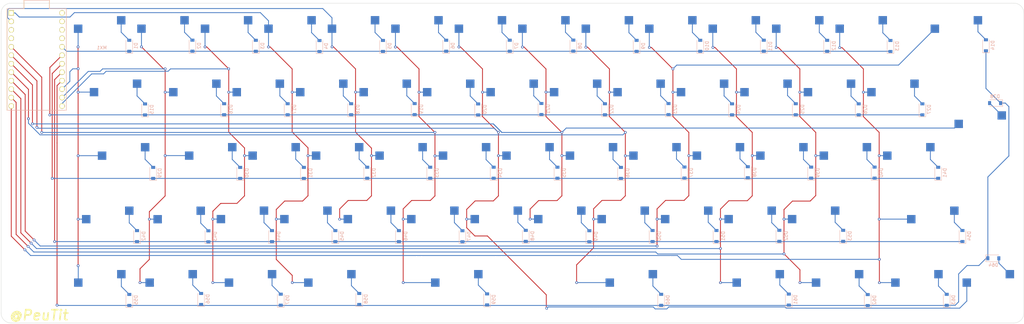
<source format=kicad_pcb>
(kicad_pcb (version 20211014) (generator pcbnew)
  (layers (0 "F.Cu" signal) (31 "B.Cu" signal) (34 "B.Paste" user) (35 "F.Paste" user) (36 "B.SilkS" user "B.Silkscreen") (37 "F.SilkS" user "F.Silkscreen") (38 "B.Mask" user) (39 "F.Mask" user) (44 "Edge.Cuts" user))
  (net 0 "")
  (net 1 "Row 0")
  (net 2 "Net-(D1-Pad2)")
  (net 3 "Net-(D2-Pad2)")
  (net 4 "Net-(D3-Pad2)")
  (net 5 "Net-(D4-Pad2)")
  (net 6 "Net-(D5-Pad2)")
  (net 7 "Net-(D6-Pad2)")
  (net 8 "Net-(D7-Pad2)")
  (net 9 "Net-(D8-Pad2)")
  (net 10 "Net-(D9-Pad2)")
  (net 11 "Net-(D10-Pad2)")
  (net 12 "Net-(D11-Pad2)")
  (net 13 "Net-(D12-Pad2)")
  (net 14 "Net-(D13-Pad2)")
  (net 15 "Net-(D14-Pad2)")
  (net 16 "Row 1")
  (net 17 "Net-(D15-Pad2)")
  (net 18 "Net-(D16-Pad2)")
  (net 19 "Net-(D17-Pad2)")
  (net 20 "Net-(D18-Pad2)")
  (net 21 "Net-(D19-Pad2)")
  (net 22 "Net-(D20-Pad2)")
  (net 23 "Net-(D21-Pad2)")
  (net 24 "Net-(D22-Pad2)")
  (net 25 "Net-(D23-Pad2)")
  (net 26 "Net-(D24-Pad2)")
  (net 27 "Net-(D25-Pad2)")
  (net 28 "Net-(D26-Pad2)")
  (net 29 "Net-(D27-Pad2)")
  (net 30 "Net-(D28-Pad2)")
  (net 31 "Row 2")
  (net 32 "Net-(D29-Pad2)")
  (net 33 "Net-(D30-Pad2)")
  (net 34 "Net-(D31-Pad2)")
  (net 35 "Net-(D32-Pad2)")
  (net 36 "Net-(D33-Pad2)")
  (net 37 "Net-(D34-Pad2)")
  (net 38 "Net-(D35-Pad2)")
  (net 39 "Net-(D36-Pad2)")
  (net 40 "Net-(D37-Pad2)")
  (net 41 "Net-(D38-Pad2)")
  (net 42 "Net-(D39-Pad2)")
  (net 43 "Net-(D40-Pad2)")
  (net 44 "Net-(D41-Pad2)")
  (net 45 "Row 3")
  (net 46 "Net-(D42-Pad2)")
  (net 47 "Net-(D43-Pad2)")
  (net 48 "Net-(D44-Pad2)")
  (net 49 "Net-(D45-Pad2)")
  (net 50 "Net-(D46-Pad2)")
  (net 51 "Net-(D47-Pad2)")
  (net 52 "Net-(D48-Pad2)")
  (net 53 "Net-(D49-Pad2)")
  (net 54 "Net-(D50-Pad2)")
  (net 55 "Net-(D51-Pad2)")
  (net 56 "Net-(D52-Pad2)")
  (net 57 "Net-(D53-Pad2)")
  (net 58 "Net-(D54-Pad2)")
  (net 59 "Row 4")
  (net 60 "Net-(D55-Pad2)")
  (net 61 "Net-(D56-Pad2)")
  (net 62 "Net-(D57-Pad2)")
  (net 63 "Net-(D58-Pad2)")
  (net 64 "Net-(D59-Pad2)")
  (net 65 "Net-(D60-Pad2)")
  (net 66 "Net-(D61-Pad2)")
  (net 67 "Net-(D62-Pad2)")
  (net 68 "Net-(D63-Pad2)")
  (net 69 "Net-(D64-Pad2)")
  (net 70 "Col 0")
  (net 71 "Col 1")
  (net 72 "Col 2")
  (net 73 "Col 3")
  (net 74 "Col 4")
  (net 75 "Col 5")
  (net 76 "Col 6")
  (net 77 "Col 7")
  (net 78 "Col 8")
  (net 79 "Col 9")
  (net 80 "Col 10")
  (net 81 "Col 11")
  (net 82 "Col 12")
  (footprint "MX_Only:MXOnly-1U-Hotswap" (layer "F.Cu") (at 199.9775 168.2575)
    (fp_text reference "MX20")
    (fp_text value "t")
  )
  (footprint "MX_Only:MXOnly-1U-Hotswap" (layer "F.Cu") (at 252.365 206.3575)
    (fp_text reference "MX50")
    (fp_text value "m")
  )
  (footprint "MX_Only:MXOnly-1U-Hotswap" (layer "F.Cu") (at 309.515 206.3575)
    (fp_text reference "MX53")
    (fp_text value "/")
  )
  (footprint "MX_Only:MXOnly-1U-Hotswap" (layer "F.Cu") (at 333.3275 168.2575)
    (fp_text reference "MX27")
    (fp_text value "]")
  )
  (footprint "MX_Only:MXOnly-1U-Hotswap" (layer "F.Cu") (at 299.99 187.3075)
    (fp_text reference "MX39")
    (fp_text value ";")
  )
  (footprint "MX_Only:MXOnly-2U-Hotswap" (layer "F.Cu") (at 352.3625 149.2125)
    (fp_text reference "MX14")
    (fp_text value "BackSpace")
  )
  (footprint "MX_Only:MXOnly-1U-Hotswap" (layer "F.Cu") (at 219.0275 168.2575)
    (fp_text reference "MX21")
    (fp_text value "y")
  )
  (footprint "MX_Only:MXOnly-1U-Hotswap" (layer "F.Cu") (at 361.95 225.425)
    (fp_text reference "MX64")
    (fp_text value "rightfn")
  )
  (footprint "MX_Only:MXOnly-1U-Hotswap" (layer "F.Cu") (at 95.21 149.22)
    (fp_text reference "MX1")
    (fp_text value "§")
  )
  (footprint "MX_Only:MXOnly-1U-Hotswap" (layer "F.Cu") (at 209.5025 149.2075)
    (fp_text reference "MX7")
    (fp_text value "6")
  )
  (footprint "MX_Only:MXOnly-1U-Hotswap" (layer "F.Cu") (at 266.6525 149.2075)
    (fp_text reference "MX10")
    (fp_text value "9")
  )
  (footprint "MX_Only:MXOnly-1U-Hotswap" (layer "F.Cu") (at 271.415 206.3575)
    (fp_text reference "MX51")
    (fp_text value ",")
  )
  (footprint "MX_Only:MXOnly-1U-Hotswap" (layer "F.Cu") (at 142.8275 168.2575)
    (fp_text reference "MX17")
    (fp_text value "w")
  )
  (footprint "MX_Only:MXOnly-1U-Hotswap" (layer "F.Cu") (at 295.2275 168.2575)
    (fp_text reference "MX25")
    (fp_text value "p")
  )
  (footprint "MX_Only:MXOnly-1U-Hotswap" (layer "F.Cu") (at 238.0775 168.2575)
    (fp_text reference "MX22")
    (fp_text value "u")
  )
  (footprint "MX_Only:MXOnly-1U-Hotswap" (layer "F.Cu") (at 228.5525 149.2075)
    (fp_text reference "MX8")
    (fp_text value "7")
  )
  (footprint "MX_Only:MXOnly-1U-Hotswap" (layer "F.Cu") (at 138.065 206.3575)
    (fp_text reference "MX44")
    (fp_text value "z")
  )
  (footprint "MX_Only:MXOnly-1U-Hotswap" (layer "F.Cu") (at 119.08 206.39)
    (fp_text reference "MX43")
    (fp_text value "`")
  )
  (footprint "MX_Only:MXOnly-1U-Hotswap" (layer "F.Cu") (at 95.25 225.425)
    (fp_text reference "MX55")
    (fp_text value "leftfn")
  )
  (footprint "MX_Only:MXOnly-1U-Hotswap" (layer "F.Cu") (at 133.3025 149.2075)
    (fp_text reference "MX3")
    (fp_text value "2")
  )
  (footprint "MX_Only:MXOnly-1U-Hotswap" (layer "F.Cu") (at 257.1275 168.2575)
    (fp_text reference "MX23")
    (fp_text value "i")
  )
  (footprint "MX_Only:MXOnly-1U-Hotswap" (layer "F.Cu") (at 152.3525 149.2075)
    (fp_text reference "MX4")
    (fp_text value "3")
  )
  (footprint "MX_Only:MXOnly-1U-Hotswap" (layer "F.Cu") (at 233.315 206.3575)
    (fp_text reference "MX49")
    (fp_text value "n")
  )
  (footprint "MX_Only:MXOnly-1.25U-Hotswap" (layer "F.Cu") (at 292.89375 225.425)
    (fp_text reference "MX61")
    (fp_text value "RightCommand")
  )
  (footprint "MX_Only:MXOnly-2.75U-Hotswap" (layer "F.Cu") (at 345.28125 206.375)
    (fp_text reference "MX54")
    (fp_text value "RightShift")
  )
  (footprint "MX_Only:MXOnly-1.25U-Hotswap" (layer "F.Cu") (at 116.68125 225.425)
    (fp_text reference "MX56")
    (fp_text value "LeftCtrl")
  )
  (footprint "MX_Only:MXOnly-2.75U-Hotswap-ReversedStabilizers" (layer "F.Cu") (at 254.79375 225.425)
    (fp_text reference "MX60")
    (fp_text value "Space")
  )
  (footprint "MX_Only:MXOnly-1U-Hotswap" (layer "F.Cu") (at 285.7025 149.2075)
    (fp_text reference "MX11")
    (fp_text value "0")
  )
  (footprint "MX_Only:MXOnly-1U-Hotswap" (layer "F.Cu") (at 223.79 187.3075)
    (fp_text reference "MX35")
    (fp_text value "h")
  )
  (footprint "MX_Only:MXOnly-1U-Hotswap" (layer "F.Cu") (at 323.8025 149.2075)
    (fp_text reference "MX13")
    (fp_text value "=")
  )
  (footprint "MX_Only:MXOnly-1U-Hotswap" (layer "F.Cu") (at 338.09 187.3075)
    (fp_text reference "MX41")
    (fp_text value "\\")
  )
  (footprint "MX_Only:MXOnly-1U-Hotswap" (layer "F.Cu") (at 242.84 187.3075)
    (fp_text reference "MX36")
    (fp_text value "j")
  )
  (footprint "MX_Only:MXOnly-ISO-Hotswap-ReversedStabilizers" (layer "F.Cu") (at 359.52125 177.7825)
    (fp_text reference "MX28")
    (fp_text value "Enter")
  )
  (footprint "MX_Only:MXOnly-1U-Hotswap" (layer "F.Cu") (at 171.4025 149.2075)
    (fp_text reference "MX5")
    (fp_text value "4")
  )
  (footprint "MX_Only:MXOnly-1U-Hotswap" (layer "F.Cu") (at 166.64 187.3075)
    (fp_text reference "MX32")
    (fp_text value "d")
  )
  (footprint "MX_Only:MXOnly-1U-Hotswap" (layer "F.Cu") (at 319.04 187.3075)
    (fp_text reference "MX40")
    (fp_text value "'")
  )
  (footprint "MX_Only:MXOnly-1U-Hotswap" (layer "F.Cu") (at 114.22 149.21)
    (fp_text reference "MX2")
    (fp_text value "1")
  )
  (footprint "MX_Only:MXOnly-1.25U-Hotswap" (layer "F.Cu") (at 164.30625 225.425)
    (fp_text reference "MX58")
    (fp_text value "LeftCommand")
  )
  (footprint "MX_Only:MXOnly-1.5U-Hotswap" (layer "F.Cu") (at 99.975 168.25)
    (fp_text reference "MX15")
    (fp_text value "Tab")
  )
  (footprint "MX_Only:MXOnly-1.25U-Hotswap" (layer "F.Cu") (at 140.49375 225.425)
    (fp_text reference "MX57")
    (fp_text value "LeftOption")
  )
  (footprint "MX_Only:MXOnly-1U-Hotswap" (layer "F.Cu") (at 314.2775 168.2575)
    (fp_text reference "MX26")
    (fp_text value "[")
  )
  (footprint "MX_Only:MXOnly-1.25U-Hotswap" (layer "F.Cu") (at 316.70625 225.425)
    (fp_text reference "MX62")
    (fp_text value "RightOption")
  )
  (footprint "MX_Only:MXOnly-1U-Hotswap" (layer "F.Cu") (at 247.6025 149.2075)
    (fp_text reference "MX9")
    (fp_text value "8")
  )
  (footprint "MX_Only:MXOnly-1U-Hotswap" (layer "F.Cu") (at 204.74 187.3075)
    (fp_text reference "MX34")
    (fp_text value "g")
  )
  (footprint "MX_Only:MXOnly-1.75U-Hotswap" (layer "F.Cu") (at 102.39375 187.325)
    (fp_text reference "MX29")
    (fp_text value "Esc")
  )
  (footprint "MX_Only:MXOnly-1U-Hotswap" (layer "F.Cu") (at 161.8775 168.2575)
    (fp_text reference "MX18")
    (fp_text value "e")
  )
  (footprint "MX_Only:MXOnly-1U-Hotswap" (layer "F.Cu") (at 176.165 206.3575)
    (fp_text reference "MX46")
    (fp_text value "c")
  )
  (footprint "MX_Only:MXOnly-1U-Hotswap" (layer "F.Cu") (at 185.69 187.3075)
    (fp_text reference "MX33")
    (fp_text value "f")
  )
  (footprint "MX_Only:MXOnly-1U-Hotswap" (layer "F.Cu") (at 304.7525 149.2075)
    (fp_text reference "MX12")
    (fp_text value "-")
  )
  (footprint "MX_Only:MXOnly-1U-Hotswap" (layer "F.Cu") (at 214.265 206.3575)
    (fp_text reference "MX48")
    (fp_text value "b")
  )
  (footprint "MX_Only:MXOnly-1.25U-Hotswap" (layer "F.Cu") (at 97.63125 206.375)
    (fp_text reference "MX42")
    (fp_text value "LeftShift")
  )
  (footprint "MX_Only:MXOnly-1.25U-Hotswap" (layer "F.Cu") (at 340.51875 225.425)
    (fp_text reference "MX63")
    (fp_text value "RightCtrl")
  )
  (footprint "MX_Only:MXOnly-1U-Hotswap" (layer "F.Cu") (at 261.89 187.3075)
    (fp_text reference "MX37")
    (fp_text value "k")
  )
  (footprint "MX_Only:MXOnly-1U-Hotswap" (layer "F.Cu") (at 290.465 206.3575)
    (fp_text reference "MX52")
    (fp_text value ".")
  )
  (footprint "MX_Only:MXOnly-1U-Hotswap" (layer "F.Cu") (at 190.4525 149.2075)
    (fp_text reference "MX6")
    (fp_text value "5")
  )
  (footprint "MX_Only:MXOnly-1U-Hotswap" (layer "F.Cu") (at 276.1775 168.2575)
    (fp_text reference "MX24")
    (fp_text value "o")
  )
  (footprint "MX_Only:MXOnly-1U-Hotswap" (layer "F.Cu") (at 128.54 187.3075)
    (fp_text reference "MX30")
    (fp_text value "a")
  )
  (footprint "MX_Only:MXOnly-1U-Hotswap" (layer "F.Cu") (at 195.215 206.3575)
    (fp_text reference "MX47")
    (fp_text value "v")
  )
  (footprint "MX_Only:MXOnly-1U-Hotswap" (layer "F.Cu") (at 157.115 206.3575)
    (fp_text reference "MX45")
    (fp_text value "x")
  )
  (footprint "MX_Only:MXOnly-1U-Hotswap" (layer "F.Cu") (at 180.9275 168.2575)
    (fp_text reference "MX19")
    (fp_text value "r")
  )
  (footprint "MX_Only:MXOnly-1U-Hotswap" (layer "F.Cu") (at 280.94 187.3075)
    (fp_text reference "MX38")
    (fp_text value "l")
  )
  (footprint "MX_Only:MXOnly-1U-Hotswap" (layer "F.Cu") (at 123.7775 168.2575)
    (fp_text reference "MX16")
    (fp_text value "q")
  )
  (footprint "MX_Only:MXOnly-2.75U-Hotswap-ReversedStabilizers" (layer "F.Cu") (at 202.40625 225.425)
    (fp_text reference "MX59")
    (fp_text value "Layer 1")
  )
  (footprint "MX_Only:MXOnly-1U-Hotswap" (layer "F.Cu") (at 147.59 187.3075)
    (fp_text reference "MX31")
    (fp_text value "s")
  )
  (footprint "promicro:ProMicro" (layer "F.Cu") (at 75.68 155.91 -90)
    (fp_text reference "U1" hide)
    (fp_text value "ProMicro")
  )
  (footprint "Diode_SMD:D_SOD-123" (layer "B.Cu") (at 170.07 170.84 90)
    (fp_text reference "D18")
    (fp_text value "D_Small")
  )
  (footprint "Diode_SMD:D_SOD-123" (layer "B.Cu") (at 327.19 189.87 90)
    (fp_text reference "D40")
    (fp_text value "D_Small")
  )
  (footprint "Diode_SMD:D_SOD-123" (layer "B.Cu") (at 331.95 151.85 90)
    (fp_text reference "D13")
    (fp_text value "D_Small")
  )
  (footprint "Diode_SMD:D_SOD-123" (layer "B.Cu") (at 363.36 169 180)
    (fp_text reference "D28")
    (fp_text value "D_Small")
  )
  (footprint "Diode_SMD:D_SOD-123" (layer "B.Cu") (at 251.05 189.95 90)
    (fp_text reference "D36")
    (fp_text value "D_Small")
  )
  (footprint "Diode_SMD:D_SOD-123" (layer "B.Cu") (at 210.88 227.92 90)
    (fp_text reference "D59")
    (fp_text value "D_Small")
  )
  (footprint "Diode_SMD:D_SOD-123" (layer "B.Cu") (at 317.76 208.84 90)
    (fp_text reference "D53")
    (fp_text value "D_Small")
  )
  (footprint "Diode_SMD:D_SOD-123" (layer "B.Cu") (at 274.86 151.8 90)
    (fp_text reference "D10")
    (fp_text value "D_Small")
  )
  (footprint "Diode_SMD:D_SOD-123" (layer "B.Cu") (at 260.55 208.9 90)
    (fp_text reference "D50")
    (fp_text value "D_Small")
  )
  (footprint "Diode_SMD:D_SOD-123" (layer "B.Cu") (at 231.99 189.9 90)
    (fp_text reference "D35")
    (fp_text value "D_Small")
  )
  (footprint "Diode_SMD:D_SOD-123" (layer "B.Cu") (at 322.42 170.87 90)
    (fp_text reference "D26")
    (fp_text value "D_Small")
  )
  (footprint "Diode_SMD:D_SOD-123" (layer "B.Cu") (at 227.18 170.77 90)
    (fp_text reference "D21")
    (fp_text value "D_Small")
  )
  (footprint "Diode_SMD:D_SOD-123" (layer "B.Cu") (at 165.33 208.93 90)
    (fp_text reference "D45")
    (fp_text value "D_Small")
  )
  (footprint "Diode_SMD:D_SOD-123" (layer "B.Cu") (at 265.33 170.8 90)
    (fp_text reference "D23")
    (fp_text value "D_Small")
  )
  (footprint "Diode_SMD:D_SOD-123" (layer "B.Cu") (at 284.4 170.87 90)
    (fp_text reference "D24")
    (fp_text value "D_Small")
  )
  (footprint "Diode_SMD:D_SOD-123" (layer "B.Cu") (at 108.21 170.9 90)
    (fp_text reference "D15")
    (fp_text value "D_Small")
  )
  (footprint "Diode_SMD:D_SOD-123" (layer "B.Cu") (at 246.25 170.85 90)
    (fp_text reference "D22")
    (fp_text value "D_Small")
  )
  (footprint "Diode_SMD:D_SOD-123" (layer "B.Cu") (at 174.9 189.9 90)
    (fp_text reference "D32")
    (fp_text value "D_Small")
  )
  (footprint "Diode_SMD:D_SOD-123" (layer "B.Cu") (at 312.95 151.81 90)
    (fp_text reference "D12")
    (fp_text value "D_Small")
  )
  (footprint "Diode_SMD:D_SOD-123" (layer "B.Cu") (at 122.43 151.77 90)
    (fp_text reference "D2")
    (fp_text value "D_Small")
  )
  (footprint "Diode_SMD:D_SOD-123" (layer "B.Cu") (at 217.68 151.78 90)
    (fp_text reference "D7")
    (fp_text value "D_Small")
  )
  (footprint "Diode_SMD:D_SOD-123" (layer "B.Cu") (at 160.57 151.88 90)
    (fp_text reference "D4")
    (fp_text value "D_Small")
  )
  (footprint "Diode_SMD:D_SOD-123" (layer "B.Cu") (at 303.53 170.84 90)
    (fp_text reference "D25")
    (fp_text value "D_Small")
  )
  (footprint "Diode_SMD:D_SOD-123" (layer "B.Cu") (at 103.48 228.08 90)
    (fp_text reference "D55")
    (fp_text value "D_Small")
  )
  (footprint "Diode_SMD:D_SOD-123" (layer "B.Cu") (at 301.44 227.98 90)
    (fp_text reference "D61")
    (fp_text value "D_Small")
  )
  (footprint "Diode_SMD:D_SOD-123" (layer "B.Cu") (at 236.76 151.75 90)
    (fp_text reference "D8")
    (fp_text value "D_Small")
  )
  (footprint "Diode_SMD:D_SOD-123" (layer "B.Cu") (at 105.8 208.93 90)
    (fp_text reference "D42")
    (fp_text value "D_Small")
  )
  (footprint "Diode_SMD:D_SOD-123" (layer "B.Cu") (at 131.95 170.84 90)
    (fp_text reference "D16")
    (fp_text value "D_Small")
  )
  (footprint "Diode_SMD:D_SOD-123" (layer "B.Cu") (at 198.6 151.78 90)
    (fp_text reference "D6")
    (fp_text value "D_Small")
  )
  (footprint "Diode_SMD:D_SOD-123" (layer "B.Cu") (at 193.81 189.9 90)
    (fp_text reference "D33")
    (fp_text value "D_Small")
  )
  (footprint "Diode_SMD:D_SOD-123" (layer "B.Cu") (at 263.13 228.05 90)
    (fp_text reference "D60")
    (fp_text value "D_Small")
  )
  (footprint "Diode_SMD:D_SOD-123" (layer "B.Cu") (at 148.95 228.01 90)
    (fp_text reference "D57")
    (fp_text value "D_Small")
  )
  (footprint "Diode_SMD:D_SOD-123" (layer "B.Cu") (at 103.47 151.8 90)
    (fp_text reference "D1")
    (fp_text value "D_Small")
  )
  (footprint "Diode_SMD:D_SOD-123" (layer "B.Cu") (at 212.85 189.9 90)
    (fp_text reference "D34")
    (fp_text value "D_Small")
  )
  (footprint "Diode_SMD:D_SOD-123" (layer "B.Cu") (at 289.13 189.75 90)
    (fp_text reference "D38")
    (fp_text value "D_Small")
  )
  (footprint "Diode_SMD:D_SOD-123" (layer "B.Cu") (at 127.22 208.98 90)
    (fp_text reference "D43")
    (fp_text value "D_Small")
  )
  (footprint "Diode_SMD:D_SOD-123" (layer "B.Cu") (at 125.04 227.79 90)
    (fp_text reference "D56")
    (fp_text value "D_Small")
  )
  (footprint "Diode_SMD:D_SOD-123" (layer "B.Cu") (at 279.73 208.9 90)
    (fp_text reference "D51")
    (fp_text value "D_Small")
  )
  (footprint "Diode_SMD:D_SOD-123" (layer "B.Cu") (at 341.53 170.87 90)
    (fp_text reference "D27")
    (fp_text value "D_Small")
  )
  (footprint "Diode_SMD:D_SOD-123" (layer "B.Cu") (at 360.61 151.65 90)
    (fp_text reference "D14")
    (fp_text value "D_Small")
  )
  (footprint "Diode_SMD:D_SOD-123" (layer "B.Cu") (at 184.41 208.93 90)
    (fp_text reference "D46")
    (fp_text value "D_Small")
  )
  (footprint "Diode_SMD:D_SOD-123" (layer "B.Cu") (at 241.57 208.96 90)
    (fp_text reference "D49")
    (fp_text value "D_Small")
  )
  (footprint "Diode_SMD:D_SOD-123" (layer "B.Cu") (at 179.62 151.84 90)
    (fp_text reference "D5")
    (fp_text value "D_Small")
  )
  (footprint "Diode_SMD:D_SOD-123" (layer "B.Cu") (at 136.77 189.95 90)
    (fp_text reference "D30")
    (fp_text value "D_Small")
  )
  (footprint "Diode_SMD:D_SOD-123" (layer "B.Cu") (at 151.01 170.84 90)
    (fp_text reference "D17")
    (fp_text value "D_Small")
  )
  (footprint "Diode_SMD:D_SOD-123" (layer "B.Cu") (at 110.65 189.95 90)
    (fp_text reference "D29")
    (fp_text value "D_Small")
  )
  (footprint "Diode_SMD:D_SOD-123" (layer "B.Cu") (at 208.19 170.9 90)
    (fp_text reference "D20")
    (fp_text value "D_Small")
  )
  (footprint "Diode_SMD:D_SOD-123" (layer "B.Cu") (at 255.76 151.82 90)
    (fp_text reference "D9")
    (fp_text value "D_Small")
  )
  (footprint "Diode_SMD:D_SOD-123" (layer "B.Cu") (at 325.13 228.13 90)
    (fp_text reference "D62")
    (fp_text value "D_Small")
  )
  (footprint "Diode_SMD:D_SOD-123" (layer "B.Cu") (at 172.5 227.79 90)
    (fp_text reference "D58")
    (fp_text value "D_Small")
  )
  (footprint "Diode_SMD:D_SOD-123" (layer "B.Cu") (at 353.56 208.89 90)
    (fp_text reference "D54")
    (fp_text value "D_Small")
  )
  (footprint "Diode_SMD:D_SOD-123" (layer "B.Cu") (at 141.46 151.8 90)
    (fp_text reference "D3")
    (fp_text value "D_Small")
  )
  (footprint "Diode_SMD:D_SOD-123" (layer "B.Cu") (at 348.84 228.05 90)
    (fp_text reference "D63")
    (fp_text value "D_Small")
  )
  (footprint "Diode_SMD:D_SOD-123" (layer "B.Cu") (at 146.31 208.93 90)
    (fp_text reference "D44")
    (fp_text value "D_Small")
  )
  (footprint "Diode_SMD:D_SOD-123" (layer "B.Cu") (at 298.6 208.84 90)
    (fp_text reference "D52")
    (fp_text value "D_Small")
  )
  (footprint "Diode_SMD:D_SOD-123" (layer "B.Cu") (at 308.15 189.87 90)
    (fp_text reference "D39")
    (fp_text value "D_Small")
  )
  (footprint "Diode_SMD:D_SOD-123" (layer "B.Cu") (at 203.48 208.96 90)
    (fp_text reference "D47")
    (fp_text value "D_Small")
  )
  (footprint "Diode_SMD:D_SOD-123" (layer "B.Cu") (at 270.12 189.85 90)
    (fp_text reference "D37")
    (fp_text value "D_Small")
  )
  (footprint "Diode_SMD:D_SOD-123" (layer "B.Cu") (at 346.28 189.92 90)
    (fp_text reference "D41")
    (fp_text value "D_Small")
  )
  (footprint "Diode_SMD:D_SOD-123" (layer "B.Cu") (at 222.49 208.85 90)
    (fp_text reference "D48")
    (fp_text value "D_Small")
  )
  (footprint "Diode_SMD:D_SOD-123" (layer "B.Cu") (at 189.13 170.8 90)
    (fp_text reference "D19")
    (fp_text value "D_Small")
  )
  (footprint "Diode_SMD:D_SOD-123" (layer "B.Cu") (at 155.88 189.95 90)
    (fp_text reference "D31")
    (fp_text value "D_Small")
  )
  (footprint "Diode_SMD:D_SOD-123" (layer "B.Cu") (at 362.83 215.58)
    (fp_text reference "D64")
    (fp_text value "D_Small")
  )
  (footprint "Diode_SMD:D_SOD-123" (layer "B.Cu") (at 293.93 151.78 90)
    (fp_text reference "D11")
    (fp_text value "D_Small")
  )
  (gr_line (start 65 232) (end 65 142) (layer "Edge.Cuts") (width 0.1))
  (gr_arc (start 68 235) (mid 65.87868 234.12132) (end 65 232) (layer "Edge.Cuts") (width 0.1))
  (gr_line (start 372 142) (end 372 232) (layer "Edge.Cuts") (width 0.1))
  (gr_line (start 369 235) (end 68 235) (layer "Edge.Cuts") (width 0.1))
  (gr_line (start 68 139) (end 369 139) (layer "Edge.Cuts") (width 0.1))
  (gr_arc (start 372 232) (mid 371.12132 234.12132) (end 369 235) (layer "Edge.Cuts") (width 0.1))
  (gr_arc (start 369 139) (mid 371.12132 139.87868) (end 372 142) (layer "Edge.Cuts") (width 0.1))
  (gr_arc (start 65 142) (mid 65.87868 139.87868) (end 68 139) (layer "Edge.Cuts") (width 0.1))
  (gr_text "@PeuTit" (at 76.275 232.65) (layer "F.SilkS") (effects (font (size 3 3) (thickness 0.5) italic)))
  (segment locked (start 141.46 153.45) (end 331.9 153.45) (width 0.25) (layer "B.Cu") (net 1))
  (segment (start 103.47 153.45) (end 141.46 153.45) (width 0.25) (layer "B.Cu") (net 1))
  (segment (start 331.9 153.45) (end 331.95 153.5) (width 0.25) (layer "B.Cu") (net 1))
  (segment (start 84.65 153.45) (end 83.3 152.1) (width 0.25) (layer "B.Cu") (net 1))
  (segment (start 103.47 153.45) (end 84.65 153.45) (width 0.25) (layer "B.Cu") (net 1))
  (segment (start 101.052 147.732) (end 103.47 150.15) (width 0.25) (layer "B.Cu") (net 2))
  (segment (start 101.052 144.14) (end 101.052 147.732) (width 0.25) (layer "B.Cu") (net 2))
  (segment (start 120.062 144.13) (end 120.062 147.752) (width 0.25) (layer "B.Cu") (net 3))
  (segment (start 120.062 147.752) (end 122.43 150.12) (width 0.25) (layer "B.Cu") (net 3))
  (segment (start 139.1445 144.1275) (end 139.1445 147.8345) (width 0.25) (layer "B.Cu") (net 4))
  (segment (start 139.1445 147.8345) (end 141.46 150.15) (width 0.25) (layer "B.Cu") (net 4))
  (segment (start 158.1945 147.8545) (end 160.57 150.23) (width 0.25) (layer "B.Cu") (net 5))
  (segment (start 158.1945 144.1275) (end 158.1945 147.8545) (width 0.25) (layer "B.Cu") (net 5))
  (segment (start 177.2445 144.1275) (end 177.2445 147.8145) (width 0.25) (layer "B.Cu") (net 6))
  (segment (start 177.2445 147.8145) (end 179.62 150.19) (width 0.25) (layer "B.Cu") (net 6))
  (segment (start 196.2945 144.1275) (end 196.2945 147.8245) (width 0.25) (layer "B.Cu") (net 7))
  (segment (start 196.2945 147.8245) (end 198.6 150.13) (width 0.25) (layer "B.Cu") (net 7))
  (segment (start 215.3445 147.7945) (end 217.68 150.13) (width 0.25) (layer "B.Cu") (net 8))
  (segment (start 215.3445 144.1275) (end 215.3445 147.7945) (width 0.25) (layer "B.Cu") (net 8))
  (segment (start 234.3945 144.1275) (end 234.3945 147.7345) (width 0.25) (layer "B.Cu") (net 9))
  (segment (start 234.3945 147.7345) (end 236.76 150.1) (width 0.25) (layer "B.Cu") (net 9))
  (segment (start 253.4445 147.8545) (end 255.76 150.17) (width 0.25) (layer "B.Cu") (net 10))
  (segment (start 253.4445 144.1275) (end 253.4445 147.8545) (width 0.25) (layer "B.Cu") (net 10))
  (segment (start 272.4945 147.7845) (end 274.86 150.15) (width 0.25) (layer "B.Cu") (net 11))
  (segment (start 272.4945 144.1275) (end 272.4945 147.7845) (width 0.25) (layer "B.Cu") (net 11))
  (segment (start 291.5445 147.7445) (end 293.93 150.13) (width 0.25) (layer "B.Cu") (net 12))
  (segment (start 291.5445 144.1275) (end 291.5445 147.7445) (width 0.25) (layer "B.Cu") (net 12))
  (segment (start 310.5945 144.1275) (end 310.5945 147.8045) (width 0.25) (layer "B.Cu") (net 13))
  (segment (start 310.5945 147.8045) (end 312.95 150.16) (width 0.25) (layer "B.Cu") (net 13))
  (segment (start 329.6445 144.1275) (end 329.6445 147.8945) (width 0.25) (layer "B.Cu") (net 14))
  (segment (start 329.6445 147.8945) (end 331.95 150.2) (width 0.25) (layer "B.Cu") (net 14))
  (segment (start 358.2045 144.1325) (end 358.2045 147.5945) (width 0.25) (layer "B.Cu") (net 15))
  (segment (start 358.2045 147.5945) (end 360.61 150) (width 0.25) (layer "B.Cu") (net 15))
  (segment (start 79.6255 172.55) (end 79.6255 158.3145) (width 0.25) (layer "F.Cu") (net 16))
  (segment (start 79.6255 158.3145) (end 83.3 154.64) (width 0.25) (layer "F.Cu") (net 16))
  (via (at 79.6255 172.55) (size 0.8) (drill 0.4) (layers "F.Cu" "B.Cu") (net 16))
  (segment (start 341.53 172.52) (end 79.6555 172.52) (width 0.25) (layer "B.Cu") (net 16))
  (segment (start 79.6555 172.52) (end 79.6255 172.55) (width 0.25) (layer "B.Cu") (net 16))
  (segment (start 105.817 166.857) (end 108.21 169.25) (width 0.25) (layer "B.Cu") (net 17))
  (segment (start 105.817 163.17) (end 105.817 166.857) (width 0.25) (layer "B.Cu") (net 17))
  (segment (start 129.6195 163.1775) (end 129.6195 166.8595) (width 0.25) (layer "B.Cu") (net 18))
  (segment (start 129.6195 166.8595) (end 131.95 169.19) (width 0.25) (layer "B.Cu") (net 18))
  (segment (start 148.6695 166.8495) (end 151.01 169.19) (width 0.25) (layer "B.Cu") (net 19))
  (segment (start 148.6695 163.1775) (end 148.6695 166.8495) (width 0.25) (layer "B.Cu") (net 19))
  (segment (start 167.7195 166.8395) (end 170.07 169.19) (width 0.25) (layer "B.Cu") (net 20))
  (segment (start 167.7195 163.1775) (end 167.7195 166.8395) (width 0.25) (layer "B.Cu") (net 20))
  (segment (start 186.7695 166.7895) (end 189.13 169.15) (width 0.25) (layer "B.Cu") (net 21))
  (segment (start 186.7695 163.1775) (end 186.7695 166.7895) (width 0.25) (layer "B.Cu") (net 21))
  (segment (start 205.8195 163.1775) (end 205.8195 166.8795) (width 0.25) (layer "B.Cu") (net 22))
  (segment (start 205.8195 166.8795) (end 208.19 169.25) (width 0.25) (layer "B.Cu") (net 22))
  (segment (start 224.8695 163.1775) (end 224.8695 166.8095) (width 0.25) (layer "B.Cu") (net 23))
  (segment (start 224.8695 166.8095) (end 227.18 169.12) (width 0.25) (layer "B.Cu") (net 23))
  (segment (start 243.9195 163.1775) (end 243.9195 166.8695) (width 0.25) (layer "B.Cu") (net 24))
  (segment (start 243.9195 166.8695) (end 246.25 169.2) (width 0.25) (layer "B.Cu") (net 24))
  (segment (start 262.9695 166.7895) (end 265.33 169.15) (width 0.25) (layer "B.Cu") (net 25))
  (segment (start 262.9695 163.1775) (end 262.9695 166.7895) (width 0.25) (layer "B.Cu") (net 25))
  (segment (start 282.0195 166.8395) (end 284.4 169.22) (width 0.25) (layer "B.Cu") (net 26))
  (segment (start 282.0195 163.1775) (end 282.0195 166.8395) (width 0.25) (layer "B.Cu") (net 26))
  (segment (start 301.0695 166.7295) (end 303.53 169.19) (width 0.25) (layer "B.Cu") (net 27))
  (segment (start 301.0695 163.1775) (end 301.0695 166.7295) (width 0.25) (layer "B.Cu") (net 27))
  (segment (start 320.1195 163.1775) (end 320.1195 166.9195) (width 0.25) (layer "B.Cu") (net 28))
  (segment (start 320.1195 166.9195) (end 322.42 169.22) (width 0.25) (layer "B.Cu") (net 28))
  (segment (start 339.1695 166.8595) (end 341.53 169.22) (width 0.25) (layer "B.Cu") (net 29))
  (segment (start 339.1695 163.1775) (end 339.1695 166.8595) (width 0.25) (layer "B.Cu") (net 29))
  (segment (start 365.36325 172.65325) (end 365.36325 172.7025) (width 0.25) (layer "B.Cu") (net 30))
  (segment (start 361.71 169) (end 365.36325 172.65325) (width 0.25) (layer "B.Cu") (net 30))
  (segment (start 80.35 191.5945) (end 80.35 160.13) (width 0.25) (layer "F.Cu") (net 31))
  (segment (start 80.35 160.13) (end 83.3 157.18) (width 0.25) (layer "F.Cu") (net 31))
  (segment (start 80.3555 191.6) (end 80.35 191.5945) (width 0.25) (layer "F.Cu") (net 31))
  (via (at 80.3555 191.6) (size 0.8) (drill 0.4) (layers "F.Cu" "B.Cu") (net 31))
  (segment (start 80.3555 191.6) (end 110.65 191.6) (width 0.25) (layer "B.Cu") (net 31))
  (segment (start 110.65 191.6) (end 346.25 191.6) (width 0.25) (layer "B.Cu") (net 31))
  (segment (start 346.25 191.6) (end 346.28 191.57) (width 0.25) (layer "B.Cu") (net 31))
  (segment (start 108.23575 182.245) (end 108.23575 185.88575) (width 0.25) (layer "B.Cu") (net 32))
  (segment (start 108.23575 185.88575) (end 110.65 188.3) (width 0.25) (layer "B.Cu") (net 32))
  (segment (start 134.382 182.2275) (end 134.382 185.912) (width 0.25) (layer "B.Cu") (net 33))
  (segment (start 134.382 185.912) (end 136.77 188.3) (width 0.25) (layer "B.Cu") (net 33))
  (segment (start 153.432 182.2275) (end 153.432 185.852) (width 0.25) (layer "B.Cu") (net 34))
  (segment (start 153.432 185.852) (end 155.88 188.3) (width 0.25) (layer "B.Cu") (net 34))
  (segment (start 172.482 185.832) (end 174.9 188.25) (width 0.25) (layer "B.Cu") (net 35))
  (segment (start 172.482 182.2275) (end 172.482 185.832) (width 0.25) (layer "B.Cu") (net 35))
  (segment (start 191.532 185.972) (end 193.81 188.25) (width 0.25) (layer "B.Cu") (net 36))
  (segment (start 191.532 182.2275) (end 191.532 185.972) (width 0.25) (layer "B.Cu") (net 36))
  (segment (start 210.582 182.2275) (end 210.582 185.982) (width 0.25) (layer "B.Cu") (net 37))
  (segment (start 210.582 185.982) (end 212.85 188.25) (width 0.25) (layer "B.Cu") (net 37))
  (segment (start 229.632 185.892) (end 231.99 188.25) (width 0.25) (layer "B.Cu") (net 38))
  (segment (start 229.632 182.2275) (end 229.632 185.892) (width 0.25) (layer "B.Cu") (net 38))
  (segment (start 248.682 182.2275) (end 248.682 185.932) (width 0.25) (layer "B.Cu") (net 39))
  (segment (start 248.682 185.932) (end 251.05 188.3) (width 0.25) (layer "B.Cu") (net 39))
  (segment (start 267.732 185.812) (end 270.12 188.2) (width 0.25) (layer "B.Cu") (net 40))
  (segment (start 267.732 182.2275) (end 267.732 185.812) (width 0.25) (layer "B.Cu") (net 40))
  (segment (start 286.782 182.2275) (end 286.782 185.752) (width 0.25) (layer "B.Cu") (net 41))
  (segment (start 286.782 185.752) (end 289.13 188.1) (width 0.25) (layer "B.Cu") (net 41))
  (segment (start 305.832 182.2275) (end 305.832 185.902) (width 0.25) (layer "B.Cu") (net 42))
  (segment (start 305.832 185.902) (end 308.15 188.22) (width 0.25) (layer "B.Cu") (net 42))
  (segment (start 324.882 182.2275) (end 324.882 185.912) (width 0.25) (layer "B.Cu") (net 43))
  (segment (start 324.882 185.912) (end 327.19 188.22) (width 0.25) (layer "B.Cu") (net 43))
  (segment (start 343.932 185.922) (end 346.28 188.27) (width 0.25) (layer "B.Cu") (net 44))
  (segment (start 343.932 182.2275) (end 343.932 185.922) (width 0.25) (layer "B.Cu") (net 44))
  (segment (start 81.07 191.289195) (end 81.07 161.95) (width 0.25) (layer "F.Cu") (net 45))
  (segment (start 81.0805 191.299695) (end 81.07 191.289195) (width 0.25) (layer "F.Cu") (net 45))
  (segment (start 81.0805 191.900305) (end 81.0805 191.299695) (width 0.25) (layer "F.Cu") (net 45))
  (segment (start 81.07 191.910805) (end 81.0805 191.900305) (width 0.25) (layer "F.Cu") (net 45))
  (segment (start 81.07 210.56) (end 81.07 191.910805) (width 0.25) (layer "F.Cu") (net 45))
  (segment (start 81.07 161.95) (end 83.3 159.72) (width 0.25) (layer "F.Cu") (net 45))
  (via (at 81.07 210.57) (size 0.8) (drill 0.4) (layers "F.Cu" "B.Cu") (net 45))
  (segment (start 353.52 210.58) (end 353.56 210.54) (width 0.25) (layer "B.Cu") (net 45))
  (segment (start 81.07 210.57) (end 81.08 210.58) (width 0.25) (layer "B.Cu") (net 45))
  (segment (start 81.08 210.58) (end 105.8 210.58) (width 0.25) (layer "B.Cu") (net 45))
  (segment (start 105.8 210.58) (end 353.52 210.58) (width 0.25) (layer "B.Cu") (net 45))
  (segment (start 103.47325 204.95325) (end 105.8 207.28) (width 0.25) (layer "B.Cu") (net 46))
  (segment (start 103.47325 201.295) (end 103.47325 204.95325) (width 0.25) (layer "B.Cu") (net 46))
  (segment (start 124.922 205.032) (end 127.22 207.33) (width 0.25) (layer "B.Cu") (net 47))
  (segment (start 124.922 201.31) (end 124.922 205.032) (width 0.25) (layer "B.Cu") (net 47))
  (segment (start 143.907 201.2775) (end 143.907 204.877) (width 0.25) (layer "B.Cu") (net 48))
  (segment (start 143.907 204.877) (end 146.31 207.28) (width 0.25) (layer "B.Cu") (net 48))
  (segment (start 162.957 201.2775) (end 162.957 204.907) (width 0.25) (layer "B.Cu") (net 49))
  (segment (start 162.957 204.907) (end 165.33 207.28) (width 0.25) (layer "B.Cu") (net 49))
  (segment (start 182.007 201.2775) (end 182.007 204.877) (width 0.25) (layer "B.Cu") (net 50))
  (segment (start 182.007 204.877) (end 184.41 207.28) (width 0.25) (layer "B.Cu") (net 50))
  (segment (start 201.057 201.2775) (end 201.057 204.887) (width 0.25) (layer "B.Cu") (net 51))
  (segment (start 201.057 204.887) (end 203.48 207.31) (width 0.25) (layer "B.Cu") (net 51))
  (segment (start 220.107 201.2775) (end 220.107 204.817) (width 0.25) (layer "B.Cu") (net 52))
  (segment (start 220.107 204.817) (end 222.49 207.2) (width 0.25) (layer "B.Cu") (net 52))
  (segment (start 239.157 204.897) (end 241.57 207.31) (width 0.25) (layer "B.Cu") (net 53))
  (segment (start 239.157 201.2775) (end 239.157 204.897) (width 0.25) (layer "B.Cu") (net 53))
  (segment (start 258.207 201.2775) (end 258.207 204.907) (width 0.25) (layer "B.Cu") (net 54))
  (segment (start 258.207 204.907) (end 260.55 207.25) (width 0.25) (layer "B.Cu") (net 54))
  (segment (start 277.257 204.777) (end 279.73 207.25) (width 0.25) (layer "B.Cu") (net 55))
  (segment (start 277.257 201.2775) (end 277.257 204.777) (width 0.25) (layer "B.Cu") (net 55))
  (segment (start 296.307 201.2775) (end 296.307 204.897) (width 0.25) (layer "B.Cu") (net 56))
  (segment (start 296.307 204.897) (end 298.6 207.19) (width 0.25) (layer "B.Cu") (net 56))
  (segment (start 315.357 204.787) (end 317.76 207.19) (width 0.25) (layer "B.Cu") (net 57))
  (segment (start 315.357 201.2775) (end 315.357 204.787) (width 0.25) (layer "B.Cu") (net 57))
  (segment (start 351.12325 204.80325) (end 353.56 207.24) (width 0.25) (layer "B.Cu") (net 58))
  (segment (start 351.12325 201.295) (end 351.12325 204.80325) (width 0.25) (layer "B.Cu") (net 58))
  (segment (start 81.8 163.76) (end 83.3 162.26) (width 0.25) (layer "F.Cu") (net 59))
  (segment (start 81.8 180.989054) (end 81.8 229.65) (width 0.25) (layer "F.Cu") (net 59))
  (segment (start 81.8 180.989054) (end 81.8 163.76) (width 0.25) (layer "F.Cu") (net 59))
  (via (at 81.8 229.65) (size 0.8) (drill 0.4) (layers "F.Cu" "B.Cu") (net 59))
  (segment (start 365.01 169) (end 366.44 169) (width 0.25) (layer "B.Cu") (net 59))
  (segment (start 348.84 229.7) (end 351.37 229.7) (width 0.25) (layer "B.Cu") (net 59))
  (segment (start 358.49 217.76) (end 354.94 217.76) (width 0.25) (layer "B.Cu") (net 59))
  (segment (start 351.37 229.7) (end 352.415 228.655) (width 0.25) (layer "B.Cu") (net 59))
  (segment (start 348.81 229.73) (end 348.84 229.7) (width 0.25) (layer "B.Cu") (net 59))
  (segment (start 361.18 215.58) (end 360.67 215.58) (width 0.25) (layer "B.Cu") (net 59))
  (segment (start 366.44 169) (end 367.49 170.05) (width 0.25) (layer "B.Cu") (net 59))
  (segment (start 81.8 229.65) (end 81.88 229.73) (width 0.25) (layer "B.Cu") (net 59))
  (segment (start 354.94 217.76) (end 352.415 220.285) (width 0.25) (layer "B.Cu") (net 59))
  (segment (start 352.415 220.285) (end 352.415 228.655) (width 0.25) (layer "B.Cu") (net 59))
  (segment (start 81.88 229.73) (end 103.48 229.73) (width 0.25) (layer "B.Cu") (net 59))
  (segment (start 360.67 215.58) (end 358.49 217.76) (width 0.25) (layer "B.Cu") (net 59))
  (segment (start 367.49 184.87) (end 361.18 191.18) (width 0.25) (layer "B.Cu") (net 59))
  (segment (start 367.49 170.05) (end 367.49 184.87) (width 0.25) (layer "B.Cu") (net 59))
  (segment (start 360.61 153.3) (end 360.61 164.6) (width 0.25) (layer "B.Cu") (net 59))
  (segment (start 360.61 164.6) (end 365.01 169) (width 0.25) (layer "B.Cu") (net 59))
  (segment (start 361.18 191.18) (end 361.18 215.58) (width 0.25) (layer "B.Cu") (net 59))
  (segment (start 103.48 229.73) (end 348.81 229.73) (width 0.25) (layer "B.Cu") (net 59))
  (segment (start 101.092 224.042) (end 103.48 226.43) (width 0.25) (layer "B.Cu") (net 60))
  (segment (start 101.092 220.345) (end 101.092 224.042) (width 0.25) (layer "B.Cu") (net 60))
  (segment (start 122.52325 220.345) (end 122.52325 223.62325) (width 0.25) (layer "B.Cu") (net 61))
  (segment (start 122.52325 223.62325) (end 125.04 226.14) (width 0.25) (layer "B.Cu") (net 61))
  (segment (start 146.33575 220.345) (end 146.33575 223.74575) (width 0.25) (layer "B.Cu") (net 62))
  (segment (start 146.33575 223.74575) (end 148.95 226.36) (width 0.25) (layer "B.Cu") (net 62))
  (segment (start 170.14825 223.78825) (end 172.5 226.14) (width 0.25) (layer "B.Cu") (net 63))
  (segment (start 170.14825 220.345) (end 170.14825 223.78825) (width 0.25) (layer "B.Cu") (net 63))
  (segment (start 208.24825 220.345) (end 208.24825 223.63825) (width 0.25) (layer "B.Cu") (net 64))
  (segment (start 208.24825 223.63825) (end 210.88 226.27) (width 0.25) (layer "B.Cu") (net 64))
  (segment (start 260.63575 220.345) (end 260.63575 223.90575) (width 0.25) (layer "B.Cu") (net 65))
  (segment (start 260.63575 223.90575) (end 263.13 226.4) (width 0.25) (layer "B.Cu") (net 65))
  (segment (start 298.73575 220.345) (end 298.73575 223.62575) (width 0.25) (layer "B.Cu") (net 66))
  (segment (start 298.73575 223.62575) (end 301.44 226.33) (width 0.25) (layer "B.Cu") (net 66))
  (segment (start 322.54825 220.345) (end 322.54825 223.89825) (width 0.25) (layer "B.Cu") (net 67))
  (segment (start 322.54825 223.89825) (end 325.13 226.48) (width 0.25) (layer "B.Cu") (net 67))
  (segment (start 346.36075 220.345) (end 346.36075 223.92075) (width 0.25) (layer "B.Cu") (net 68))
  (segment (start 346.36075 223.92075) (end 348.84 226.4) (width 0.25) (layer "B.Cu") (net 68))
  (segment (start 364.48 215.58) (end 364.48 217.033) (width 0.25) (layer "B.Cu") (net 69))
  (segment (start 364.48 217.033) (end 367.792 220.345) (width 0.25) (layer "B.Cu") (net 69))
  (segment (start 88.125 203.85) (end 88.125 217.8) (width 0.25) (layer "F.Cu") (net 70))
  (segment (start 88.125 165.725) (end 88.125 158.68) (width 0.25) (layer "F.Cu") (net 70))
  (segment (start 88.125 184.8) (end 88.125 203.85) (width 0.25) (layer "F.Cu") (net 70))
  (segment (start 88.1 158.655) (end 88.125 158.68) (width 0.25) (layer "F.Cu") (net 70))
  (segment (start 88.1 152.14) (end 88.1 158.655) (width 0.25) (layer "F.Cu") (net 70))
  (segment (start 88.125 184.8) (end 88.125 165.725) (width 0.25) (layer "F.Cu") (net 70))
  (via (at 88.125 217.8) (size 0.8) (drill 0.4) (layers "F.Cu" "B.Cu") (net 70))
  (via (at 88.125 184.8) (size 0.8) (drill 0.4) (layers "F.Cu" "B.Cu") (net 70))
  (via (at 88.1 152.14) (size 0.8) (drill 0.4) (layers "F.Cu" "B.Cu") (net 70))
  (via (at 88.125 203.85) (size 0.8) (drill 0.4) (layers "F.Cu" "B.Cu") (net 70))
  (via (at 88.125 158.68) (size 0.8) (drill 0.4) (layers "F.Cu" "B.Cu") (net 70))
  (via (at 88.125 165.725) (size 0.8) (drill 0.4) (layers "F.Cu" "B.Cu") (net 70))
  (segment (start 88.14 165.71) (end 92.89 165.71) (width 0.25) (layer "B.Cu") (net 70))
  (segment (start 88.125 203.85) (end 90.53125 203.85) (width 0.25) (layer "B.Cu") (net 70))
  (segment (start 86.525 158.7) (end 85.625 159.6) (width 0.25) (layer "B.Cu") (net 70))
  (segment (start 83.3 164.8) (end 85.625 162.475) (width 0.25) (layer "B.Cu") (net 70))
  (segment (start 88.105 158.7) (end 86.525 158.7) (width 0.25) (layer "B.Cu") (net 70))
  (segment (start 88.14 184.785) (end 95.30875 184.785) (width 0.25) (layer "B.Cu") (net 70))
  (segment (start 88.165 217.84) (end 88.165 222.885) (width 0.25) (layer "B.Cu") (net 70))
  (segment (start 90.53125 203.85) (end 90.54625 203.835) (width 0.25) (layer "B.Cu") (net 70))
  (segment (start 88.125 165.725) (end 88.14 165.71) (width 0.25) (layer "B.Cu") (net 70))
  (segment (start 85.625 162.475) (end 85.625 159.6) (width 0.25) (layer "B.Cu") (net 70))
  (segment (start 88.125 152.115) (end 88.125 146.68) (width 0.25) (layer "B.Cu") (net 70))
  (segment (start 88.125 184.8) (end 88.14 184.785) (width 0.25) (layer "B.Cu") (net 70))
  (segment (start 88.125 217.8) (end 88.165 217.84) (width 0.25) (layer "B.Cu") (net 70))
  (segment (start 88.125 158.68) (end 88.105 158.7) (width 0.25) (layer "B.Cu") (net 70))
  (segment (start 88.1 152.14) (end 88.125 152.115) (width 0.25) (layer "B.Cu") (net 70))
  (segment (start 109.55 201.55) (end 109.5 201.6) (width 0.25) (layer "F.Cu") (net 71))
  (segment (start 109.5 215.925) (end 106.7 218.725) (width 0.25) (layer "F.Cu") (net 71))
  (segment (start 109.5 201.6) (end 109.5 203.85) (width 0.25) (layer "F.Cu") (net 71))
  (segment (start 114.25 184.775) (end 114.25 196.85) (width 0.25) (layer "F.Cu") (net 71))
  (segment (start 109.5 203.85) (end 109.5 215.925) (width 0.25) (layer "F.Cu") (net 71))
  (segment (start 114.25 158.725) (end 113.745 158.725) (width 0.25) (layer "F.Cu") (net 71))
  (segment (start 114.25 158.725) (end 114.25 165.725) (width 0.25) (layer "F.Cu") (net 71))
  (segment (start 114.25 196.85) (end 109.55 201.55) (width 0.25) (layer "F.Cu") (net 71))
  (segment (start 114.25 165.725) (end 114.25 184.775) (width 0.25) (layer "F.Cu") (net 71))
  (segment (start 113.745 158.725) (end 107.13 152.11) (width 0.25) (layer "F.Cu") (net 71))
  (segment (start 106.7 218.725) (end 106.7 222.875) (width 0.25) (layer "F.Cu") (net 71))
  (via (at 114.25 165.725) (size 0.8) (drill 0.4) (layers "F.Cu" "B.Cu") (net 71))
  (via (at 114.25 184.775) (size 0.8) (drill 0.4) (layers "F.Cu" "B.Cu") (net 71))
  (via (at 109.5 203.85) (size 0.8) (drill 0.4) (layers "F.Cu" "B.Cu") (net 71))
  (via (at 107.13 152.11) (size 0.8) (drill 0.4) (layers "F.Cu" "B.Cu") (net 71))
  (via (at 106.7 222.875) (size 0.8) (drill 0.4) (layers "F.Cu" "B.Cu") (net 71))
  (via (at 114.25 158.725) (size 0.8) (drill 0.4) (layers "F.Cu" "B.Cu") (net 71))
  (segment (start 107.135 152.105) (end 107.13 152.11) (width 0.25) (layer "B.Cu") (net 71))
  (segment (start 107.135 146.67) (end 107.135 152.105) (width 0.25) (layer "B.Cu") (net 71))
  (segment (start 114.2575 184.7675) (end 121.455 184.7675) (width 0.25) (layer "B.Cu") (net 71))
  (segment (start 114.25 158.725) (end 95.465 158.725) (width 0.25) (layer "B.Cu") (net 71))
  (segment (start 109.5 203.85) (end 111.995 203.85) (width 0.25) (layer "B.Cu") (net 71))
  (segment (start 114.25 165.725) (end 116.685 165.725) (width 0.25) (layer "B.Cu") (net 71))
  (segment (start 114.25 184.775) (end 114.2575 184.7675) (width 0.25) (layer "B.Cu") (net 71))
  (segment (start 116.685 165.725) (end 116.6925 165.7175) (width 0.25) (layer "B.Cu") (net 71))
  (segment (start 106.7 222.875) (end 106.71 222.885) (width 0.25) (layer "B.Cu") (net 71))
  (segment (start 106.71 222.885) (end 109.59625 222.885) (width 0.25) (layer "B.Cu") (net 71))
  (segment (start 91.17 159.48) (end 83.31 167.34) (width 0.25) (layer "B.Cu") (net 71))
  (segment (start 94.71 159.48) (end 91.17 159.48) (width 0.25) (layer "B.Cu") (net 71))
  (segment (start 95.465 158.725) (end 94.71 159.48) (width 0.25) (layer "B.Cu") (net 71))
  (segment (start 83.31 167.34) (end 83.3 167.34) (width 0.25) (layer "B.Cu") (net 71))
  (segment (start 133.325 158.725) (end 133.325 165.725) (width 0.25) (layer "F.Cu") (net 72))
  (segment (start 133.325 177.725) (end 138.075 182.475) (width 0.25) (layer "F.Cu") (net 72))
  (segment (start 133.325 158.725) (end 126.75 152.15) (width 0.25) (layer "F.Cu") (net 72))
  (segment (start 126.75 152.15) (end 126.22 152.15) (width 0.25) (layer "F.Cu") (net 72))
  (segment (start 138.075 184.775) (end 138.075 196.825) (width 0.25) (layer "F.Cu") (net 72))
  (segment (start 128.55 203.825) (end 128.55 222.875) (width 0.25) (layer "F.Cu") (net 72))
  (segment (start 130.925 199.1) (end 128.6 201.425) (width 0.25) (layer "F.Cu") (net 72))
  (segment (start 138.075 182.475) (end 138.075 184.775) (width 0.25) (layer "F.Cu") (net 72))
  (segment (start 131.1 199.1) (end 130.925 199.1) (width 0.25) (layer "F.Cu") (net 72))
  (segment (start 133.325 165.725) (end 133.325 177.725) (width 0.25) (layer "F.Cu") (net 72))
  (segment (start 128.6 201.425) (end 128.55 201.475) (width 0.25) (layer "F.Cu") (net 72))
  (segment (start 128.55 201.475) (end 128.55 203.825) (width 0.25) (layer "F.Cu") (net 72))
  (segment (start 138.075 196.825) (end 135.8 199.1) (width 0.25) (layer "F.Cu") (net 72))
  (segment (start 135.8 199.1) (end 131.1 199.1) (width 0.25) (layer "F.Cu") (net 72))
  (via (at 126.22 152.15) (size 0.8) (drill 0.4) (layers "F.Cu" "B.Cu") (net 72))
  (via (at 138.075 184.775) (size 0.8) (drill 0.4) (layers "F.Cu" "B.Cu") (net 72))
  (via (at 128.55 203.825) (size 0.8) (drill 0.4) (layers "F.Cu" "B.Cu") (net 72))
  (via (at 133.325 165.725) (size 0.8) (drill 0.4) (layers "F.Cu" "B.Cu") (net 72))
  (via (at 128.55 222.875) (size 0.8) (drill 0.4) (layers "F.Cu" "B.Cu") (net 72))
  (via (at 133.325 158.725) (size 0.8) (drill 0.4) (layers "F.Cu" "B.Cu") (net 72))
  (segment (start 135.7425 165.7175) (end 133.3325 165.7175) (width 0.25) (layer "B.Cu") (net 72))
  (segment (start 92.205 160.22) (end 83.3 169.125) (width 0.25) (layer "B.Cu") (net 72))
  (segment (start 133.325 158.725) (end 115.85 158.725) (width 0.25) (layer "B.Cu") (net 72))
  (segment (start 140.4975 184.775) (end 140.505 184.7675) (width 0.25) (layer "B.Cu") (net 72))
  (segment (start 133.3325 165.7175) (end 133.325 165.725) (width 0.25) (layer "B.Cu") (net 72))
  (segment (start 130.9725 203.825) (end 130.98 203.8175) (width 0.25) (layer "B.Cu") (net 72))
  (segment (start 115.125 159.45) (end 96.53 159.45) (width 0.25) (layer "B.Cu") (net 72))
  (segment (start 128.55 203.825) (end 130.9725 203.825) (width 0.25) (layer "B.Cu") (net 72))
  (segment (start 126.2175 152.1475) (end 126.2175 146.6675) (width 0.25) (layer "B.Cu") (net 72))
  (segment (start 128.55 222.875) (end 128.56 222.885) (width 0.25) (layer "B.Cu") (net 72))
  (segment (start 83.3 169.125) (end 83.3 169.88) (width 0.25) (layer "B.Cu") (net 72))
  (segment (start 138.075 184.775) (end 140.4975 184.775) (width 0.25) (layer "B.Cu") (net 72))
  (segment (start 126.22 152.15) (end 126.2175 152.1475) (width 0.25) (layer "B.Cu") (net 72))
  (segment (start 95.76 160.22) (end 92.205 160.22) (width 0.25) (layer "B.Cu") (net 72))
  (segment (start 115.85 158.725) (end 115.125 159.45) (width 0.25) (layer "B.Cu") (net 72))
  (segment (start 128.56 222.885) (end 133.40875 222.885) (width 0.25) (layer "B.Cu") (net 72))
  (segment (start 96.53 159.45) (end 95.76 160.22) (width 0.25) (layer "B.Cu") (net 72))
  (segment (start 150.125 198.4) (end 147.6 200.925) (width 0.25) (layer "F.Cu") (net 73))
  (segment (start 157.125 182.425) (end 157.125 184.775) (width 0.25) (layer "F.Cu") (net 73))
  (segment (start 157.125 184.775) (end 157.125 196.8) (width 0.25) (layer "F.Cu") (net 73))
  (segment (start 155.525 198.4) (end 150.125 198.4) (width 0.25) (layer "F.Cu") (net 73))
  (segment (start 157.125 196.8) (end 155.525 198.4) (width 0.25) (layer "F.Cu") (net 73))
  (segment (start 152.375 177.675) (end 157.125 182.425) (width 0.25) (layer "F.Cu") (net 73))
  (segment (start 152.375 158.75) (end 145.775 152.15) (width 0.25) (layer "F.Cu") (net 73))
  (segment (start 147.6 203.825) (end 147.6 215.925) (width 0.25) (layer "F.Cu") (net 73))
  (segment (start 147.6 215.925) (end 152.4 220.725) (width 0.25) (layer "F.Cu") (net 73))
  (segment (start 152.4 220.725) (end 152.4 222.875) (width 0.25) (layer "F.Cu") (net 73))
  (segment (start 152.375 158.75) (end 152.375 165.725) (width 0.25) (layer "F.Cu") (net 73))
  (segment (start 147.6 200.925) (end 147.6 203.825) (width 0.25) (layer "F.Cu") (net 73))
  (segment (start 145.775 152.15) (end 145.27 152.15) (width 0.25) (layer "F.Cu") (net 73))
  (segment (start 152.375 165.725) (end 152.375 177.675) (width 0.25) (layer "F.Cu") (net 73))
  (via (at 152.4 222.875) (size 0.8) (drill 0.4) (layers "F.Cu" "B.Cu") (net 73))
  (via (at 147.6 203.825) (size 0.8) (drill 0.4) (layers "F.Cu" "B.Cu") (net 73))
  (via (at 145.27 152.15) (size 0.8) (drill 0.4) (layers "F.Cu" "B.Cu") (net 73))
  (via (at 152.375 165.725) (size 0.8) (drill 0.4) (layers "F.Cu" "B.Cu") (net 73))
  (via (at 157.125 184.775) (size 0.8) (drill 0.4) (layers "F.Cu" "B.Cu") (net 73))
  (segment (start 152.4 222.875) (end 152.41 222.885) (width 0.25) (layer "B.Cu") (net 73))
  (segment (start 147.6075 203.8175) (end 147.6 203.825) (width 0.25) (layer "B.Cu") (net 73))
  (segment (start 145.2675 152.1475) (end 145.27 152.15) (width 0.25) (layer "B.Cu") (net 73))
  (segment (start 152.3825 165.7175) (end 152.375 165.725) (width 0.25) (layer "B.Cu") (net 73))
  (segment (start 150.03 203.8175) (end 147.6075 203.8175) (width 0.25) (layer "B.Cu") (net 73))
  (segment (start 85.675 143.175) (end 87 141.85) (width 0.25) (layer "B.Cu") (net 73))
  (segment (start 70.45 143.175) (end 85.675 143.175) (width 0.25) (layer "B.Cu") (net 73))
  (segment (start 69.215 141.94) (end 70.45 143.175) (width 0.25) (layer "B.Cu") (net 73))
  (segment (start 159.5475 184.775) (end 159.555 184.7675) (width 0.25) (layer "B.Cu") (net 73))
  (segment (start 154.7925 165.7175) (end 152.3825 165.7175) (width 0.25) (layer "B.Cu") (net 73))
  (segment (start 87 141.85) (end 142.825 141.85) (width 0.25) (layer "B.Cu") (net 73))
  (segment (start 145.2675 146.6675) (end 145.2675 152.1475) (width 0.25) (layer "B.Cu") (net 73))
  (segment (start 157.125 184.775) (end 159.5475 184.775) (width 0.25) (layer "B.Cu") (net 73))
  (segment (start 145.2675 144.2925) (end 145.2675 146.6675) (width 0.25) (layer "B.Cu") (net 73))
  (segment (start 152.41 222.885) (end 157.22125 222.885) (width 0.25) (layer "B.Cu") (net 73))
  (segment (start 68.06 141.94) (end 69.215 141.94) (width 0.25) (layer "B.Cu") (net 73))
  (segment (start 142.825 141.85) (end 145.2675 144.2925) (width 0.25) (layer "B.Cu") (net 73))
  (segment (start 171.4 165.7) (end 171.4 177.75) (width 0.25) (layer "F.Cu") (net 74))
  (segment (start 164.78 152.13) (end 171.4 158.75) (width 0.25) (layer "F.Cu") (net 74))
  (segment (start 176.175 182.525) (end 176.175 184.775) (width 0.25) (layer "F.Cu") (net 74))
  (segment (start 166.625 200.775) (end 166.625 203.85) (width 0.25) (layer "F.Cu") (net 74))
  (segment (start 174.975 198.025) (end 174.775 198.225) (width 0.25) (layer "F.Cu") (net 74))
  (segment (start 164.35 152.13) (end 164.78 152.13) (width 0.25) (layer "F.Cu") (net 74))
  (segment (start 174.775 198.225) (end 169.175 198.225) (width 0.25) (layer "F.Cu") (net 74))
  (segment (start 176.175 196.825) (end 174.975 198.025) (width 0.25) (layer "F.Cu") (net 74))
  (segment (start 171.4 177.75) (end 176.175 182.525) (width 0.25) (layer "F.Cu") (net 74))
  (segment (start 169.175 198.225) (end 166.625 200.775) (width 0.25) (layer "F.Cu") (net 74))
  (segment (start 176.175 184.775) (end 176.175 196.825) (width 0.25) (layer "F.Cu") (net 74))
  (segment (start 171.4 158.75) (end 171.4 165.7) (width 0.25) (layer "F.Cu") (net 74))
  (via (at 166.625 203.85) (size 0.8) (drill 0.4) (layers "F.Cu" "B.Cu") (net 74))
  (via (at 164.35 152.13) (size 0.8) (drill 0.4) (layers "F.Cu" "B.Cu") (net 74))
  (via (at 171.4 165.7) (size 0.8) (drill 0.4) (layers "F.Cu" "B.Cu") (net 74))
  (via (at 176.175 184.775) (size 0.8) (drill 0.4) (layers "F.Cu" "B.Cu") (net 74))
  (segment (start 66.935 141.005) (end 67.32 140.62) (width 0.25) (layer "B.Cu") (net 74))
  (segment (start 66.935 143.355) (end 66.935 141.005) (width 0.25) (layer "B.Cu") (net 74))
  (segment (start 171.4 165.7) (end 173.825 165.7) (width 0.25) (layer "B.Cu") (net 74))
  (segment (start 164.3175 152.0975) (end 164.35 152.13) (width 0.25) (layer "B.Cu") (net 74))
  (segment (start 178.605 184.7675) (end 176.1825 184.7675) (width 0.25) (layer "B.Cu") (net 74))
  (segment (start 169.0475 203.85) (end 169.08 203.8175) (width 0.25) (layer "B.Cu") (net 74))
  (segment (start 164.3175 146.6675) (end 164.3175 152.0975) (width 0.25) (layer "B.Cu") (net 74))
  (segment (start 67.32 140.62) (end 161.55 140.62) (width 0.25) (layer "B.Cu") (net 74))
  (segment (start 176.1825 184.7675) (end 176.175 184.775) (width 0.25) (layer "B.Cu") (net 74))
  (segment (start 161.55 140.62) (end 164.3175 143.3875) (width 0.25) (layer "B.Cu") (net 74))
  (segment (start 166.625 203.85) (end 169.0475 203.85) (width 0.25) (layer "B.Cu") (net 74))
  (segment (start 68.06 144.48) (end 66.935 143.355) (width 0.25) (layer "B.Cu") (net 74))
  (segment (start 173.825 165.7) (end 173.8425 165.7175) (width 0.25) (layer "B.Cu") (net 74))
  (segment (start 164.3175 143.3875) (end 164.3175 146.6675) (width 0.25) (layer "B.Cu") (net 74))
  (segment (start 190.45 173.05) (end 190.45 165.725) (width 0.25) (layer "F.Cu") (net 75))
  (segment (start 77.2 177.8) (end 77.2 161.24) (width 0.25) (layer "F.Cu") (net 75))
  (segment (start 188.225 198.225) (end 185.7 200.75) (width 0.25) (layer "F.Cu") (net 75))
  (segment (start 77.2 161.24) (end 68.06 152.1) (width 0.25) (layer "F.Cu") (net 75))
  (segment (start 185.7 203.825) (end 185.7 222.875) (width 0.25) (layer "F.Cu") (net 75))
  (segment (start 190.45 158.75) (end 190.45 165.725) (width 0.25) (layer "F.Cu") (net 75))
  (segment (start 195.2 177.8) (end 190.45 173.05) (width 0.25) (layer "F.Cu") (net 75))
  (segment (start 185.7 200.75) (end 185.7 203.825) (width 0.25) (layer "F.Cu") (net 75))
  (segment (start 195.225 196.85) (end 193.85 198.225) (width 0.25) (layer "F.Cu") (net 75))
  (segment (start 190.45 158.75) (end 183.87 152.17) (width 0.25) (layer "F.Cu") (net 75))
  (segment (start 195.225 177.8) (end 195.2 177.8) (width 0.25) (layer "F.Cu") (net 75))
  (segment (start 195.225 184.85) (end 195.225 196.85) (width 0.25) (layer "F.Cu") (net 75))
  (segment (start 183.87 152.17) (end 183.37 152.17) (width 0.25) (layer "F.Cu") (net 75))
  (segment (start 195.225 177.8) (end 195.225 184.85) (width 0.25) (layer "F.Cu") (net 75))
  (segment (start 193.85 198.225) (end 188.225 198.225) (width 0.25) (layer "F.Cu") (net 75))
  (via (at 183.37 152.17) (size 0.8) (drill 0.4) (layers "F.Cu" "B.Cu") (net 75))
  (via (at 195.225 184.85) (size 0.8) (drill 0.4) (layers "F.Cu" "B.Cu") (net 75))
  (via (at 77.2 177.8) (size 0.8) (drill 0.4) (layers "F.Cu" "B.Cu") (net 75))
  (via (at 195.225 177.8) (size 0.8) (drill 0.4) (layers "F.Cu" "B.Cu") (net 75))
  (via (at 190.45 165.725) (size 0.8) (drill 0.4) (layers "F.Cu" "B.Cu") (net 75))
  (via (at 185.7 203.825) (size 0.8) (drill 0.4) (layers "F.Cu" "B.Cu") (net 75))
  (via (at 185.7 222.875) (size 0.8) (drill 0.4) (layers "F.Cu" "B.Cu") (net 75))
  (segment (start 188.1225 203.825) (end 188.13 203.8175) (width 0.25) (layer "B.Cu") (net 75))
  (segment (start 185.7 203.825) (end 188.1225 203.825) (width 0.25) (layer "B.Cu") (net 75))
  (segment (start 195.225 184.85) (end 197.5725 184.85) (width 0.25) (layer "B.Cu") (net 75))
  (segment (start 183.3675 146.6675) (end 183.3675 152.1675) (width 0.25) (layer "B.Cu") (net 75))
  (segment (start 185.71 222.885) (end 195.32125 222.885) (width 0.25) (layer "B.Cu") (net 75))
  (segment (start 190.45 165.725) (end 192.885 165.725) (width 0.25) (layer "B.Cu") (net 75))
  (segment (start 192.885 165.725) (end 192.8925 165.7175) (width 0.25) (layer "B.Cu") (net 75))
  (segment (start 185.7 222.875) (end 185.71 222.885) (width 0.25) (layer "B.Cu") (net 75))
  (segment (start 195.225 177.8) (end 77.2 177.8) (width 0.25) (layer "B.Cu") (net 75))
  (segment (start 183.3675 152.1675) (end 183.37 152.17) (width 0.25) (layer "B.Cu") (net 75))
  (segment (start 197.5725 184.85) (end 197.655 184.7675) (width 0.25) (layer "B.Cu") (net 75))
  (segment (start 204.75 206.425) (end 207.2 208.875) (width 0.25) (layer "F.Cu") (net 76))
  (segment (start 68.06 154.64) (end 75.75 162.33) (width 0.25) (layer "F.Cu") (net 76))
  (segment (start 202.91 152.16) (end 202.42 152.16) (width 0.25) (layer "F.Cu") (net 76))
  (segment (start 209.5 158.75) (end 209.5 165.725) (width 0.25) (layer "F.Cu") (net 76))
  (segment (start 214.275 196.85) (end 212.775 198.35) (width 0.25) (layer "F.Cu") (net 76))
  (segment (start 212.775 198.35) (end 207.3 198.35) (width 0.25) (layer "F.Cu") (net 76))
  (segment (start 209.5 173.025) (end 214.275 177.8) (width 0.25) (layer "F.Cu") (net 76))
  (segment (start 207.2 208.875) (end 210.975 208.875) (width 0.25) (layer "F.Cu") (net 76))
  (segment (start 228.65 230.45) (end 228.78 230.58) (width 0.25) (layer "F.Cu") (net 76))
  (segment (start 228.65 226.55) (end 228.65 230.45) (width 0.25) (layer "F.Cu") (net 76))
  (segment (start 209.5 158.75) (end 202.91 152.16) (width 0.25) (layer "F.Cu") (net 76))
  (segment (start 214.275 184.775) (end 214.275 196.85) (width 0.25) (layer "F.Cu") (net 76))
  (segment (start 214.275 177.8) (end 214.275 184.775) (width 0.25) (layer "F.Cu") (net 76))
  (segment (start 75.75 162.33) (end 75.75 176.27) (width 0.25) (layer "F.Cu") (net 76))
  (segment (start 204.75 200.9) (end 204.75 203.825) (width 0.25) (layer "F.Cu") (net 76))
  (segment (start 210.975 208.875) (end 228.65 226.55) (width 0.25) (layer "F.Cu") (net 76))
  (segment (start 204.75 203.825) (end 204.75 206.425) (width 0.25) (layer "F.Cu") (net 76))
  (segment (start 207.3 198.35) (end 204.75 200.9) (width 0.25) (layer "F.Cu") (net 76))
  (segment (start 209.5 165.725) (end 209.5 173.025) (width 0.25) (layer "F.Cu") (net 76))
  (via (at 228.78 230.58) (size 0.8) (drill 0.4) (layers "F.Cu" "B.Cu") (net 76))
  (via (at 204.75 203.825) (size 0.8) (drill 0.4) (layers "F.Cu" "B.Cu") (net 76))
  (via (at 209.5 165.725) (size 0.8) (drill 0.4) (layers "F.Cu" "B.Cu") (net 76))
  (via (at 214.275 184.775) (size 0.8) (drill 0.4) (layers "F.Cu" "B.Cu") (net 76))
  (via (at 202.42 152.16) (size 0.8) (drill 0.4) (layers "F.Cu" "B.Cu") (net 76))
  (via (at 75.75 176.27) (size 0.8) (drill 0.4) (layers "F.Cu" "B.Cu") (net 76))
  (via (at 214.275 177.8) (size 0.8) (drill 0.4) (layers "F.Cu" "B.Cu") (net 76))
  (segment (start 229.18 230.18) (end 260.73 230.18) (width 0.25) (layer "B.Cu") (net 76))
  (segment (start 300.29 230.18) (end 300.665 230.555) (width 0.25) (layer "B.Cu") (net 76))
  (segment (start 76.03 176.55) (end 213.025 176.55) (width 0.25) (layer "B.Cu") (net 76))
  (segment (start 75.75 176.27) (end 76.03 176.55) (width 0.25) (layer "B.Cu") (net 76))
  (segment (start 213.025 176.55) (end 214.275 177.8) (width 0.25) (layer "B.Cu") (net 76))
  (segment (start 260.73 230.18) (end 261.325 230.775) (width 0.25) (layer "B.Cu") (net 76))
  (segment (start 204.75 203.825) (end 207.1725 203.825) (width 0.25) (layer "B.Cu") (net 76))
  (segment (start 207.1725 203.825) (end 207.18 203.8175) (width 0.25) (layer "B.Cu") (net 76))
  (segment (start 261.325 230.775) (end 264.832749 230.775) (width 0.25) (layer "B.Cu") (net 76))
  (segment (start 202.4175 146.6675) (end 202.4175 152.1675) (width 0.25) (layer "B.Cu") (net 76))
  (segment (start 264.832749 230.775) (end 265.427749 230.18) (width 0.25) (layer "B.Cu") (net 76))
  (segment (start 228.78 230.58) (end 229.18 230.18) (width 0.25) (layer "B.Cu") (net 76))
  (segment (start 214.275 184.775) (end 216.6975 184.775) (width 0.25) (layer "B.Cu") (net 76))
  (segment (start 352.735 230.555) (end 354.865 228.425) (width 0.25) (layer "B.Cu") (net 76))
  (segment (start 300.665 230.555) (end 352.735 230.555) (width 0.25) (layer "B.Cu") (net 76))
  (segment (start 209.5 165.725) (end 211.935 165.725) (width 0.25) (layer "B.Cu") (net 76))
  (segment (start 202.42 152.165) (end 202.42 152.16) (width 0.25) (layer "B.Cu") (net 76))
  (segment (start 202.4175 152.1675) (end 202.42 152.165) (width 0.25) (layer "B.Cu") (net 76))
  (segment (start 265.427749 230.18) (end 300.29 230.18) (width 0.25) (layer "B.Cu") (net 76))
  (segment (start 211.935 165.725) (end 211.9425 165.7175) (width 0.25) (layer "B.Cu") (net 76))
  (segment (start 216.6975 184.775) (end 216.705 184.7675) (width 0.25) (layer "B.Cu") (net 76))
  (segment (start 354.865 228.425) (end 354.865 222.885) (width 0.25) (layer "B.Cu") (net 76))
  (segment (start 233.325 196.825) (end 231.875 198.275) (width 0.25) (layer "F.Cu") (net 77))
  (segment (start 231.875 198.275) (end 226.325 198.275) (width 0.25) (layer "F.Cu") (net 77))
  (segment (start 228.55 165.7) (end 228.55 173.025) (width 0.25) (layer "F.Cu") (net 77))
  (segment (start 74.41 163.53) (end 68.06 157.18) (width 0.25) (layer "F.Cu") (net 77))
  (segment (start 233.325 177.8) (end 233.325 184.775) (width 0.25) (layer "F.Cu") (net 77))
  (segment (start 228.55 173.025) (end 233.325 177.8) (width 0.25) (layer "F.Cu") (net 77))
  (segment (start 233.325 184.775) (end 233.325 196.825) (width 0.25) (layer "F.Cu") (net 77))
  (segment (start 221.98 152.18) (end 221.5 152.18) (width 0.25) (layer "F.Cu") (net 77))
  (segment (start 226.325 198.275) (end 223.8 200.8) (width 0.25) (layer "F.Cu") (net 77))
  (segment (start 228.55 158.75) (end 221.98 152.18) (width 0.25) (layer "F.Cu") (net 77))
  (segment (start 228.55 158.75) (end 228.55 165.7) (width 0.25) (layer "F.Cu") (net 77))
  (segment (start 74.41 175.225) (end 74.41 163.53) (width 0.25) (layer "F.Cu") (net 77))
  (segment (start 223.8 200.8) (end 223.8 203.825) (width 0.25) (layer "F.Cu") (net 77))
  (via (at 74.41 175.225) (size 0.8) (drill 0.4) (layers "F.Cu" "B.Cu") (net 77))
  (via (at 233.325 177.8) (size 0.8) (drill 0.4) (layers "F.Cu" "B.Cu") (net 77))
  (via (at 233.325 184.775) (size 0.8) (drill 0.4) (layers "F.Cu" "B.Cu") (net 77))
  (via (at 223.8 203.825) (size 0.8) (drill 0.4) (layers "F.Cu" "B.Cu") (net 77))
  (via (at 221.5 152.18) (size 0.8) (drill 0.4) (layers "F.Cu" "B.Cu") (net 77))
  (via (at 228.55 165.7) (size 0.8) (drill 0.4) (layers "F.Cu" "B.Cu") (net 77))
  (segment (start 351.17875 176.5) (end 352.43625 175.2425) (width 0.25) (layer "B.Cu") (net 77))
  (segment (start 230.975 165.7) (end 230.9925 165.7175) (width 0.25) (layer "B.Cu") (net 77))
  (segment (start 233.325 184.775) (end 235.7475 184.775) (width 0.25) (layer "B.Cu") (net 77))
  (segment (start 235.7475 184.775) (end 235.755 184.7675) (width 0.25) (layer "B.Cu") (net 77))
  (segment (start 228.55 165.7) (end 230.975 165.7) (width 0.25) (layer "B.Cu") (net 77))
  (segment (start 221.4675 146.6675) (end 221.4675 152.1475) (width 0.25) (layer "B.Cu") (net 77))
  (segment (start 226.2225 203.825) (end 226.23 203.8175) (width 0.25) (layer "B.Cu") (net 77))
  (segment (start 221.4675 152.1475) (end 221.5 152.18) (width 0.25) (layer "B.Cu") (net 77))
  (segment (start 212.725305 175.225) (end 212.812652 175.312348) (width 0.25) (layer "B.Cu") (net 77))
  (segment (start 233.325 177.8) (end 215.300304 177.8) (width 0.25) (layer "B.Cu") (net 77))
  (segment (start 212.812652 175.312348) (end 215.300305 177.8) (width 0.25) (layer "B.Cu") (net 77))
  (segment (start 215.300304 177.8) (end 212.812652 175.312348) (width 0.25) (layer "B.Cu") (net 77))
  (segment (start 223.8 203.825) (end 226.2225 203.825) (width 0.25) (layer "B.Cu") (net 77))
  (segment (start 233.325 177.8) (end 234.625 176.5) (width 0.25) (layer "B.Cu") (net 77))
  (segment (start 234.625 176.5) (end 351.17875 176.5) (width 0.25) (layer "B.Cu") (net 77))
  (segment (start 74.41 175.225) (end 212.725305 175.225) (width 0.25) (layer "B.Cu") (net 77))
  (segment (start 247.6 173.025) (end 252.375 177.8) (width 0.25) (layer "F.Cu") (net 78))
  (segment (start 252.375 196.825) (end 251.125 198.075) (width 0.25) (layer "F.Cu") (net 78))
  (segment (start 245.375 198.2) (end 242.85 200.725) (width 0.25) (layer "F.Cu") (net 78))
  (segment (start 252.375 184.825) (end 252.375 196.825) (width 0.25) (layer "F.Cu") (net 78))
  (segment (start 237.75 217.55) (end 237.75 222.875) (width 0.25) (layer "F.Cu") (net 78))
  (segment (start 247.6 158.75) (end 247.6 165.725) (width 0.25) (layer "F.Cu") (net 78))
  (segment (start 247.6 158.75) (end 241.08 152.23) (width 0.25) (layer "F.Cu") (net 78))
  (segment (start 251.125 198.075) (end 251 198.2) (width 0.25) (layer "F.Cu") (net 78))
  (segment (start 242.85 212.45) (end 237.925 217.375) (width 0.25) (layer "F.Cu") (net 78))
  (segment (start 68.06 159.72) (end 73.21 164.87) (width 0.25) (layer "F.Cu") (net 78))
  (segment (start 247.6 165.725) (end 247.6 173.025) (width 0.25) (layer "F.Cu") (net 78))
  (segment (start 242.85 203.825) (end 242.85 212.45) (width 0.25) (layer "F.Cu") (net 78))
  (segment (start 237.925 217.375) (end 237.75 217.55) (width 0.25) (layer "F.Cu") (net 78))
  (segment (start 241.08 152.23) (end 240.55 152.23) (width 0.25) (layer "F.Cu") (net 78))
  (segment (start 73.21 164.87) (end 73.21 173.68) (width 0.25) (layer "F.Cu") (net 78))
  (segment (start 242.85 200.725) (end 242.85 203.825) (width 0.25) (layer "F.Cu") (net 78))
  (segment (start 252.375 177.8) (end 252.375 184.825) (width 0.25) (layer "F.Cu") (net 78))
  (segment (start 251 198.2) (end 245.375 198.2) (width 0.25) (layer "F.Cu") (net 78))
  (via (at 73.21 173.68) (size 0.8) (drill 0.4) (layers "F.Cu" "B.Cu") (net 78))
  (via (at 247.6 165.725) (size 0.8) (drill 0.4) (layers "F.Cu" "B.Cu") (net 78))
  (via (at 252.375 177.8) (size 0.8) (drill 0.4) (layers "F.Cu" "B.Cu") (net 78))
  (via (at 242.85 203.825) (size 0.8) (drill 0.4) (layers "F.Cu" "B.Cu") (net 78))
  (via (at 240.55 152.23) (size 0.8) (drill 0.4) (layers "F.Cu" "B.Cu") (net 78))
  (via (at 237.75 222.875) (size 0.8) (drill 0.4) (layers "F.Cu" "B.Cu") (net 78))
  (via (at 252.375 184.825) (size 0.8) (drill 0.4) (layers "F.Cu" "B.Cu") (net 78))
  (segment (start 252.375 177.8) (end 251.65 178.525) (width 0.25) (layer "B.Cu") (net 78))
  (segment (start 251.65 178.525) (end 76.684695 178.525) (width 0.25) (layer "B.Cu") (net 78))
  (segment (start 240.5175 152.1975) (end 240.55 152.23) (width 0.25) (layer "B.Cu") (net 78))
  (segment (start 242.85 203.825) (end 245.2725 203.825) (width 0.25) (layer "B.Cu") (net 78))
  (segment (start 254.7475 184.825) (end 254.805 184.7675) (width 0.25) (layer "B.Cu") (net 78))
  (segment (start 245.2725 203.825) (end 245.28 203.8175) (width 0.25) (layer "B.Cu") (net 78))
  (segment (start 240.5175 146.6675) (end 240.5175 152.1975) (width 0.25) (layer "B.Cu") (net 78))
  (segment (start 247.6 165.725) (end 250.035 165.725) (width 0.25) (layer "B.Cu") (net 78))
  (segment (start 250.035 165.725) (end 250.0425 165.7175) (width 0.25) (layer "B.Cu") (net 78))
  (segment (start 237.76 222.885) (end 247.70875 222.885) (width 0.25) (layer "B.Cu") (net 78))
  (segment (start 76.684695 178.525) (end 73.21 175.050305) (width 0.25) (layer "B.Cu") (net 78))
  (segment (start 237.75 222.875) (end 237.76 222.885) (width 0.25) (layer "B.Cu") (net 78))
  (segment (start 73.21 175.050305) (end 73.21 173.68) (width 0.25) (layer "B.Cu") (net 78))
  (segment (start 252.375 184.825) (end 254.7475 184.825) (width 0.25) (layer "B.Cu") (net 78))
  (segment (start 266.65 158.75) (end 266.65 165.725) (width 0.25) (layer "F.Cu") (net 79))
  (segment (start 266.65 158.75) (end 260.19 152.29) (width 0.25) (layer "F.Cu") (net 79))
  (segment (start 72.24 166.44) (end 68.06 162.26) (width 0.25) (layer "F.Cu") (net 79))
  (segment (start 266.65 173.025) (end 271.425 177.8) (width 0.25) (layer "F.Cu") (net 79))
  (segment (start 270.025 198.2) (end 264.45 198.2) (width 0.25) (layer "F.Cu") (net 79))
  (segment (start 270.1 198.125) (end 270.025 198.2) (width 0.25) (layer "F.Cu") (net 79))
  (segment (start 266.65 165.725) (end 266.65 173.025) (width 0.25) (layer "F.Cu") (net 79))
  (segment (start 271.425 177.8) (end 271.425 184.775) (width 0.25) (layer "F.Cu") (net 79))
  (segment (start 264.45 198.2) (end 261.9 200.75) (width 0.25) (layer "F.Cu") (net 79))
  (segment (start 74.9 210.075) (end 72.24 207.415) (width 0.25) (layer "F.Cu") (net 79))
  (segment (start 260.19 152.29) (end 259.58 152.29) (width 0.25) (layer "F.Cu") (net 79))
  (segment (start 72.24 207.415) (end 72.24 166.44) (width 0.25) (layer "F.Cu") (net 79))
  (segment (start 261.9 200.75) (end 261.9 203.825) (width 0.25) (layer "F.Cu") (net 79))
  (segment (start 271.425 184.775) (end 271.425 196.8) (width 0.25) (layer "F.Cu") (net 79))
  (segment (start 271.425 196.8) (end 270.1 198.125) (width 0.25) (layer "F.Cu") (net 79))
  (segment (start 261.9 211.9) (end 261.9 203.825) (width 0.25) (layer "F.Cu") (net 79))
  (via (at 271.425 184.775) (size 0.8) (drill 0.4) (layers "F.Cu" "B.Cu") (net 79))
  (via (at 261.9 211.9) (size 0.8) (drill 0.4) (layers "F.Cu" "B.Cu") (net 79))
  (via (at 261.9 203.825) (size 0.8) (drill 0.4) (layers "F.Cu" "B.Cu") (net 79))
  (via (at 266.65 165.725) (size 0.8) (drill 0.4) (layers "F.Cu" "B.Cu") (net 79))
  (via (at 266.65 158.75) (size 0.8) (drill 0.4) (layers "F.Cu" "B.Cu") (net 79))
  (via (at 74.9 210.075) (size 0.8) (drill 0.4) (layers "F.Cu" "B.Cu") (net 79))
  (via (at 259.58 152.29) (size 0.8) (drill 0.4) (layers "F.Cu" "B.Cu") (net 79))
  (segment (start 259.5675 146.6675) (end 259.5675 152.2775) (width 0.25) (layer "B.Cu") (net 79))
  (segment (start 266.65 165.725) (end 269.085 165.725) (width 0.25) (layer "B.Cu") (net 79))
  (segment (start 261.9 211.9) (end 76.725 211.9) (width 0.25) (layer "B.Cu") (net 79))
  (segment (start 267.8 157.6) (end 334.375 157.6) (width 0.25) (layer "B.Cu") (net 79))
  (segment (start 264.3225 203.825) (end 264.33 203.8175) (width 0.25) (layer "B.Cu") (net 79))
  (segment (start 273.8475 184.775) (end 273.855 184.7675) (width 0.25) (layer "B.Cu") (net 79))
  (segment (start 345.2775 146.6975) (end 345.2775 146.6725) (width 0.25) (layer "B.Cu") (net 79))
  (segment (start 76.725 211.9) (end 74.9 210.075) (width 0.25) (layer "B.Cu") (net 79))
  (segment (start 266.65 158.75) (end 267.8 157.6) (width 0.25) (layer "B.Cu") (net 79))
  (segment (start 259.5675 152.2775) (end 259.58 152.29) (width 0.25) (layer "B.Cu") (net 79))
  (segment (start 269.085 165.725) (end 269.0925 165.7175) (width 0.25) (layer "B.Cu") (net 79))
  (segment (start 271.425 184.775) (end 273.8475 184.775) (width 0.25) (layer "B.Cu") (net 79))
  (segment (start 261.9 203.825) (end 264.3225 203.825) (width 0.25) (layer "B.Cu") (net 79))
  (segment (start 334.375 157.6) (end 345.2775 146.6975) (width 0.25) (layer "B.Cu") (net 79))
  (segment (start 285.725 165.725) (end 285.725 173.05) (width 0.25) (layer "F.Cu") (net 80))
  (segment (start 290.475 196.825) (end 289 198.3) (width 0.25) (layer "F.Cu") (net 80))
  (segment (start 280.925 200.825) (end 280.925 203.825) (width 0.25) (layer "F.Cu") (net 80))
  (segment (start 280.925 212.65) (end 280.925 222.9) (width 0.25) (layer "F.Cu") (net 80))
  (segment (start 289 198.3) (end 283.45 198.3) (width 0.25) (layer "F.Cu") (net 80))
  (segment (start 285.725 158.75) (end 285.725 165.725) (width 0.25) (layer "F.Cu") (net 80))
  (segment (start 285.725 173.05) (end 290.475 177.8) (width 0.25) (layer "F.Cu") (net 80))
  (segment (start 278.68 152.28) (end 279.255 152.28) (width 0.25) (layer "F.Cu") (net 80))
  (segment (start 290.475 184.775) (end 290.475 196.825) (width 0.25) (layer "F.Cu") (net 80))
  (segment (start 70.92 167.66) (end 68.06 164.8) (width 0.25) (layer "F.Cu") (net 80))
  (segment (start 74 211.025) (end 70.92 207.945) (width 0.25) (layer "F.Cu") (net 80))
  (segment (start 283.45 198.3) (end 280.925 200.825) (width 0.25) (layer "F.Cu") (net 80))
  (segment (start 280.925 203.825) (end 280.925 212.65) (width 0.25) (layer "F.Cu") (net 80))
  (segment (start 279.255 152.28) (end 285.725 158.75) (width 0.25) (layer "F.Cu") (net 80))
  (segment (start 290.475 177.8) (end 290.475 184.775) (width 0.25) (layer "F.Cu") (net 80))
  (segment (start 70.92 207.945) (end 70.92 167.66) (width 0.25) (layer "F.Cu") (net 80))
  (via (at 290.475 184.775) (size 0.8) (drill 0.4) (layers "F.Cu" "B.Cu") (net 80))
  (via (at 280.925 212.65) (size 0.8) (drill 0.4) (layers "F.Cu" "B.Cu") (net 80))
  (via (at 278.68 152.28) (size 0.8) (drill 0.4) (layers "F.Cu" "B.Cu") (net 80))
  (via (at 74 211.025) (size 0.8) (drill 0.4) (layers "F.Cu" "B.Cu") (net 80))
  (via (at 280.925 222.9) (size 0.8) (drill 0.4) (layers "F.Cu" "B.Cu") (net 80))
  (via (at 280.925 203.825) (size 0.8) (drill 0.4) (layers "F.Cu" "B.Cu") (net 80))
  (via (at 285.725 165.725) (size 0.8) (drill 0.4) (layers "F.Cu" "B.Cu") (net 80))
  (segment (start 292.8975 184.775) (end 292.905 184.7675) (width 0.25) (layer "B.Cu") (net 80))
  (segment (start 290.475 184.775) (end 292.8975 184.775) (width 0.25) (layer "B.Cu") (net 80))
  (segment (start 280.925 222.9) (end 280.94 222.885) (width 0.25) (layer "B.Cu") (net 80))
  (segment (start 75.65 212.675) (end 74 211.025) (width 0.25) (layer "B.Cu") (net 80))
  (segment (start 280.9 212.675) (end 75.65 212.675) (width 0.25) (layer "B.Cu") (net 80))
  (segment (start 285.725 165.725) (end 288.135 165.725) (width 0.25) (layer "B.Cu") (net 80))
  (segment (start 288.135 165.725) (end 288.1425 165.7175) (width 0.25) (layer "B.Cu") (net 80))
  (segment (start 280.925 212.65) (end 280.9 212.675) (width 0.25) (layer "B.Cu") (net 80))
  (segment (start 280.94 222.885) (end 285.80875 222.885) (width 0.25) (layer "B.Cu") (net 80))
  (segment (start 278.6175 152.2175) (end 278.68 152.28) (width 0.25) (layer "B.Cu") (net 80))
  (segment (start 278.6175 146.6675) (end 278.6175 152.2175) (width 0.25) (layer "B.Cu") (net 80))
  (segment (start 280.925 203.825) (end 283.3725 203.825) (width 0.25) (layer "B.Cu") (net 80))
  (segment (start 283.3725 203.825) (end 283.38 203.8175) (width 0.25) (layer "B.Cu") (net 80))
  (segment (start 300 214.25) (end 300 203.825) (width 0.25) (layer "F.Cu") (net 81))
  (segment (start 309.525 196.75) (end 308.025 198.25) (width 0.25) (layer "F.Cu") (net 81))
  (segment (start 307.85 198.425) (end 302.525 198.425) (width 0.25) (layer "F.Cu") (net 81))
  (segment (start 304.775 222.85) (end 304.8 222.875) (width 0.25) (layer "F.Cu") (net 81))
  (segment (start 304.75 158.75) (end 304.75 165.725) (width 0.25) (layer "F.Cu") (net 81))
  (segment (start 304.75 173.025) (end 309.525 177.8) (width 0.25) (layer "F.Cu") (net 81))
  (segment (start 309.525 184.775) (end 309.525 196.75) (width 0.25) (layer "F.Cu") (net 81))
  (segment (start 304.775 219.025) (end 304.775 222.85) (width 0.25) (layer "F.Cu") (net 81))
  (segment (start 302.525 198.425) (end 300 200.95) (width 0.25) (layer "F.Cu") (net 81))
  (segment (start 298.33 152.33) (end 297.67 152.33) (width 0.25) (layer "F.Cu") (net 81))
  (segment (start 300 200.95) (end 300 203.825) (width 0.25) (layer "F.Cu") (net 81))
  (segment (start 69.52 208.42) (end 69.52 168.8) (width 0.25) (layer "F.Cu") (net 81))
  (segment (start 309.525 177.8) (end 309.525 184.775) (width 0.25) (layer "F.Cu") (net 81))
  (segment (start 69.52 168.8) (end 68.06 167.34) (width 0.25) (layer "F.Cu") (net 81))
  (segment (start 308.025 198.25) (end 307.85 198.425) (width 0.25) (layer "F.Cu") (net 81))
  (segment (start 304.75 165.725) (end 304.75 173.025) (width 0.25) (layer "F.Cu") (net 81))
  (segment (start 300 214.25) (end 304.775 219.025) (width 0.25) (layer "F.Cu") (net 81))
  (segment (start 73.1 212) (end 69.52 208.42) (width 0.25) (layer "F.Cu") (net 81))
  (segment (start 304.75 158.75) (end 298.33 152.33) (width 0.25) (layer "F.Cu") (net 81))
  (via (at 297.67 152.33) (size 0.8) (drill 0.4) (layers "F.Cu" "B.Cu") (net 81))
  (via (at 309.525 184.775) (size 0.8) (drill 0.4) (layers "F.Cu" "B.Cu") (net 81))
  (via (at 73.1 212) (size 0.8) (drill 0.4) (layers "F.Cu" "B.Cu") (net 81))
  (via (at 300 203.825) (size 0.8) (drill 0.4) (layers "F.Cu" "B.Cu") (net 81))
  (via (at 304.8 222.875) (size 0.8) (drill 0.4) (layers "F.Cu" "B.Cu") (net 81))
  (via (at 300 214.25) (size 0.8) (drill 0.4) (layers "F.Cu" "B.Cu") (net 81))
  (via (at 304.75 165.725) (size 0.8) (drill 0.4) (layers "F.Cu" "B.Cu") (net 81))
  (segment (start 299.95 214.3) (end 262.103299 214.3) (width 0.25) (layer "B.Cu") (net 81))
  (segment (start 304.81 222.885) (end 309.62125 222.885) (width 0.25) (layer "B.Cu") (net 81))
  (segment (start 297.6675 152.3275) (end 297.6675 146.6675) (width 0.25) (layer "B.Cu") (net 81))
  (segment (start 302.4225 203.825) (end 302.43 203.8175) (width 0.25) (layer "B.Cu") (net 81))
  (segment (start 300 214.25) (end 299.95 214.3) (width 0.25) (layer "B.Cu") (net 81))
  (segment (start 311.9475 184.775) (end 311.955 184.7675) (width 0.25) (layer "B.Cu") (net 81))
  (segment (start 304.8 222.875) (end 304.81 222.885) (width 0.25) (layer "B.Cu") (net 81))
  (segment (start 297.67 152.33) (end 297.6675 152.3275) (width 0.25) (layer "B.Cu") (net 81))
  (segment (start 261.503299 213.7) (end 74.8 213.7) (width 0.25) (layer "B.Cu") (net 81))
  (segment (start 309.525 184.775) (end 311.9475 184.775) (width 0.25) (layer "B.Cu") (net 81))
  (segment (start 304.75 165.725) (end 307.185 165.725) (width 0.25) (layer "B.Cu") (net 81))
  (segment (start 307.185 165.725) (end 307.1925 165.7175) (width 0.25) (layer "B.Cu") (net 81))
  (segment (start 300 203.825) (end 302.4225 203.825) (width 0.25) (layer "B.Cu") (net 81))
  (segment (start 262.103299 214.3) (end 261.503299 213.7) (width 0.25) (layer "B.Cu") (net 81))
  (segment (start 74.8 213.7) (end 73.1 212) (width 0.25) (layer "B.Cu") (net 81))
  (segment (start 328.575 215.85) (end 328.625 215.9) (width 0.25) (layer "F.Cu") (net 82))
  (segment (start 317.435 152.36) (end 316.72 152.36) (width 0.25) (layer "F.Cu") (net 82))
  (segment (start 323.825 173.05) (end 328.575 177.8) (width 0.25) (layer "F.Cu") (net 82))
  (segment (start 323.825 165.725) (end 323.825 173.05) (width 0.25) (layer "F.Cu") (net 82))
  (segment (start 323.825 158.75) (end 317.435 152.36) (width 0.25) (layer "F.Cu") (net 82))
  (segment (start 328.575 203.85) (end 328.575 215.85) (width 0.25) (layer "F.Cu") (net 82))
  (segment (start 72.15 213.05) (end 68.06 208.96) (width 0.25) (layer "F.Cu") (net 82))
  (segment (start 328.575 184.775) (end 328.575 203.85) (width 0.25) (layer "F.Cu") (net 82))
  (segment (start 328.575 177.8) (end 328.575 184.775) (width 0.25) (layer "F.Cu") (net 82))
  (segment (start 328.625 215.9) (end 328.625 222.9) (width 0.25) (layer "F.Cu") (net 82))
  (segment (start 323.825 158.75) (end 323.825 165.725) (width 0.25) (layer "F.Cu") (net 82))
  (segment (start 68.06 208.96) (end 68.06 169.88) (width 0.25) (layer "F.Cu") (net 82))
  (via (at 316.72 152.36) (size 0.8) (drill 0.4) (layers "F.Cu" "B.Cu") (net 82))
  (via (at 72.15 213.05) (size 0.8) (drill 0.4) (layers "F.Cu" "B.Cu") (net 82))
  (via (at 323.825 165.725) (size 0.8) (drill 0.4) (layers "F.Cu" "B.Cu") (net 82))
  (via (at 328.625 222.9) (size 0.8) (drill 0.4) (layers "F.Cu" "B.Cu") (net 82))
  (via (at 328.625 215.9) (size 0.8) (drill 0.4) (layers "F.Cu" "B.Cu") (net 82))
  (via (at 328.575 203.85) (size 0.8) (drill 0.4) (layers "F.Cu" "B.Cu") (net 82))
  (via (at 328.575 184.775) (size 0.8) (drill 0.4) (layers "F.Cu" "B.Cu") (net 82))
  (segment (start 328.64 222.885) (end 333.43375 222.885) (width 0.25) (layer "B.Cu") (net 82))
  (segment (start 316.7175 152.3575) (end 316.72 152.36) (width 0.25) (layer "B.Cu") (net 82))
  (segment (start 73.85 214.75) (end 268.013604 214.75) (width 0.25) (layer "B.Cu") (net 82))
  (segment (start 330.9975 184.775) (end 331.005 184.7675) (width 0.25) (layer "B.Cu") (net 82))
  (segment (start 328.625 222.9) (end 328.64 222.885) (width 0.25) (layer "B.Cu") (net 82))
  (segment (start 72.15 213.05) (end 73.85 214.75) (width 0.25) (layer "B.Cu") (net 82))
  (segment (start 326.235 165.725) (end 326.2425 165.7175) (width 0.25) (layer "B.Cu") (net 82))
  (segment (start 323.825 165.725) (end 326.235 165.725) (width 0.25) (layer "B.Cu") (net 82))
  (segment (start 316.7175 146.6675) (end 316.7175 152.3575) (width 0.25) (layer "B.Cu") (net 82))
  (segment (start 328.575 203.85) (end 328.59 203.835) (width 0.25) (layer "B.Cu") (net 82))
  (segment (start 328.575 184.775) (end 330.9975 184.775) (width 0.25) (layer "B.Cu") (net 82))
  (segment (start 269.163604 215.9) (end 328.625 215.9) (width 0.25) (layer "B.Cu") (net 82))
  (segment (start 328.59 203.835) (end 338.19625 203.835) (width 0.25) (layer "B.Cu") (net 82))
  (segment (start 268.013604 214.75) (end 269.163604 215.9) (width 0.25) (layer "B.Cu") (net 82))
)
</source>
